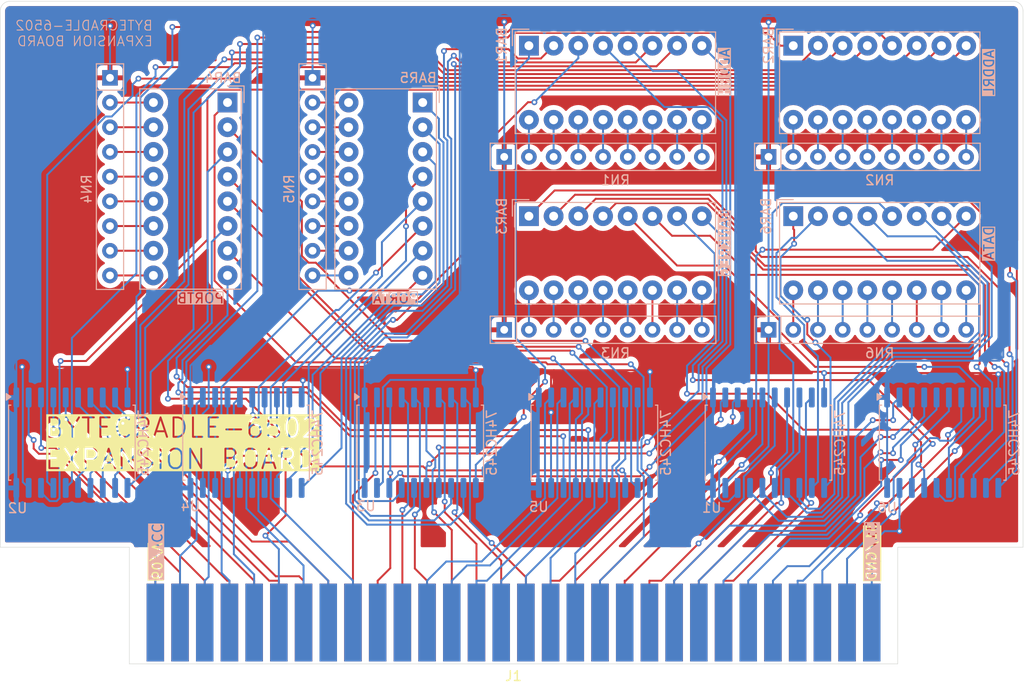
<source format=kicad_pcb>
(kicad_pcb (version 20240108) (generator "pcbnew") (generator_version "8.0")
  (layers (0 "F.Cu" signal) (31 "B.Cu" signal) (34 "B.Paste" user) (35 "F.Paste" user) (36 "B.SilkS" user "B.Silkscreen") (37 "F.SilkS" user "F.Silkscreen") (38 "B.Mask" user) (39 "F.Mask" user) (44 "Edge.Cuts" user))
  (net 0 "")
  (net 1 "Net-(RN1-R2)")
  (net 2 "Net-(U3-B5)")
  (net 3 "Net-(RN1-R5)")
  (net 4 "Net-(RN1-R7)")
  (net 5 "Net-(RN1-R4)")
  (net 6 "Net-(RN1-R8)")
  (net 7 "Net-(U3-B6)")
  (net 8 "Net-(RN1-R6)")
  (net 9 "Net-(U3-B1)")
  (net 10 "Net-(U3-B3)")
  (net 11 "Net-(U3-B2)")
  (net 12 "Net-(U3-B0)")
  (net 13 "Net-(U3-B4)")
  (net 14 "Net-(RN1-R1)")
  (net 15 "Net-(RN1-R3)")
  (net 16 "Net-(U3-B7)")
  (net 17 "Net-(U2-B2)")
  (net 18 "Net-(RN2-R7)")
  (net 19 "Net-(U2-B0)")
  (net 20 "Net-(U2-B4)")
  (net 21 "Net-(U2-B7)")
  (net 22 "Net-(U2-B1)")
  (net 23 "Net-(U2-B5)")
  (net 24 "Net-(RN2-R4)")
  (net 25 "Net-(RN2-R8)")
  (net 26 "Net-(RN2-R5)")
  (net 27 "Net-(RN2-R2)")
  (net 28 "Net-(RN2-R1)")
  (net 29 "Net-(RN2-R6)")
  (net 30 "Net-(U2-B3)")
  (net 31 "Net-(U2-B6)")
  (net 32 "Net-(RN2-R3)")
  (net 33 "Net-(U6-B5)")
  (net 34 "Net-(U6-B4)")
  (net 35 "Net-(RN3-R7)")
  (net 36 "Net-(U6-B3)")
  (net 37 "Net-(RN3-R4)")
  (net 38 "Net-(RN3-R2)")
  (net 39 "Net-(U6-B7)")
  (net 40 "Net-(U6-B1)")
  (net 41 "Net-(RN3-R5)")
  (net 42 "Net-(RN3-R3)")
  (net 43 "Net-(RN3-R8)")
  (net 44 "Net-(RN3-R6)")
  (net 45 "Net-(U6-B0)")
  (net 46 "Net-(U6-B6)")
  (net 47 "Net-(RN3-R1)")
  (net 48 "Net-(U6-B2)")
  (net 49 "Net-(U5-B1)")
  (net 50 "Net-(U5-B5)")
  (net 51 "Net-(RN4-R2)")
  (net 52 "Net-(RN4-R5)")
  (net 53 "Net-(U5-B4)")
  (net 54 "Net-(RN4-R8)")
  (net 55 "Net-(RN4-R1)")
  (net 56 "Net-(U5-B7)")
  (net 57 "Net-(RN4-R3)")
  (net 58 "Net-(RN4-R6)")
  (net 59 "Net-(U5-B6)")
  (net 60 "Net-(RN4-R4)")
  (net 61 "Net-(U5-B2)")
  (net 62 "Net-(RN4-R7)")
  (net 63 "Net-(U5-B3)")
  (net 64 "Net-(U5-B0)")
  (net 65 "Net-(RN5-R5)")
  (net 66 "Net-(U4-B5)")
  (net 67 "Net-(U4-B6)")
  (net 68 "Net-(U4-B1)")
  (net 69 "Net-(RN5-R3)")
  (net 70 "Net-(U4-B4)")
  (net 71 "Net-(U4-B3)")
  (net 72 "Net-(U4-B2)")
  (net 73 "Net-(RN5-R4)")
  (net 74 "Net-(RN5-R7)")
  (net 75 "Net-(U4-B0)")
  (net 76 "Net-(U4-B7)")
  (net 77 "Net-(RN5-R1)")
  (net 78 "Net-(RN5-R6)")
  (net 79 "Net-(RN5-R2)")
  (net 80 "Net-(RN5-R8)")
  (net 81 "Net-(U1-B1)")
  (net 82 "Net-(RN6-R1)")
  (net 83 "Net-(RN6-R3)")
  (net 84 "Net-(U1-B4)")
  (net 85 "Net-(U1-B7)")
  (net 86 "Net-(U1-B0)")
  (net 87 "Net-(U1-B5)")
  (net 88 "Net-(RN6-R7)")
  (net 89 "Net-(RN6-R6)")
  (net 90 "Net-(RN6-R8)")
  (net 91 "Net-(U1-B2)")
  (net 92 "Net-(RN6-R5)")
  (net 93 "Net-(RN6-R2)")
  (net 94 "Net-(U1-B6)")
  (net 95 "Net-(U1-B3)")
  (net 96 "Net-(RN6-R4)")
  (net 97 "PB0")
  (net 98 "BANK1")
  (net 99 "A6")
  (net 100 "CB2")
  (net 101 "D0")
  (net 102 "A15")
  (net 103 "BANK2")
  (net 104 "A4")
  (net 105 "D5")
  (net 106 "A7")
  (net 107 "PB4")
  (net 108 "PA5")
  (net 109 "BANK0")
  (net 110 "~{RES}")
  (net 111 "A9")
  (net 112 "BANK3")
  (net 113 "A2")
  (net 114 "REG7")
  (net 115 "PB2")
  (net 116 "PB6")
  (net 117 "D7")
  (net 118 "PA6")
  (net 119 "PA3")
  (net 120 "A10")
  (net 121 "CA2")
  (net 122 "GND")
  (net 123 "D2")
  (net 124 "PB3")
  (net 125 "CB1")
  (net 126 "PA0")
  (net 127 "D6")
  (net 128 "VCC")
  (net 129 "A12")
  (net 130 "R{slash}~{W}")
  (net 131 "RAMBANK")
  (net 132 "A8")
  (net 133 "A3")
  (net 134 "~{NMI}")
  (net 135 "PA1")
  (net 136 "PB1")
  (net 137 "PA7")
  (net 138 "A13")
  (net 139 "A14")
  (net 140 "A5")
  (net 141 "REG6")
  (net 142 "D3")
  (net 143 "PA2")
  (net 144 "BANK4")
  (net 145 "CLK")
  (net 146 "PA4")
  (net 147 "A11")
  (net 148 "D1")
  (net 149 "PB7")
  (net 150 "D4")
  (net 151 "A1")
  (net 152 "A0")
  (net 153 "CA1")
  (net 154 "~{I{slash}O}")
  (net 155 "PB5")
  (net 156 "~{IRQ}")
  (footprint "edgeconn:edge-connector-2x30" (layer "F.Cu") (at 95.955 114.427)
    (property "Reference" "J1")
    (property "Value" "BUS")
    (fp_line (start -39.5 4.25) (end -39.5 -4.25) (stroke (width 0.05)) (layer "Edge.Cuts"))
    (fp_line (start 39.5 -4.25) (end 39.5 4.25) (stroke (width 0.05)) (layer "Edge.Cuts"))
    (fp_line (start 39.5 4.25) (end -39.5 4.25) (stroke (width 0.05)) (layer "Edge.Cuts"))
  )
  (footprint "Package_SO:SOIC-20W_7.5x12.8mm_P1.27mm" (layer "B.Cu") (at 68.453 95.934 -90)
    (property "Reference" "U4")
    (property "Value" "74HC245")
  )
  (footprint "Package_SO:SOIC-20W_7.5x12.8mm_P1.27mm" (layer "B.Cu") (at 140.081 95.934 -90)
    (property "Reference" "U6")
    (property "Value" "74HC245")
  )
  (footprint "Resistor_THT:R_Array_SIP9" (layer "B.Cu") (at 94.996 66.548)
    (property "Reference" "RN1")
    (property "Value" "1k")
  )
  (footprint "bargraph8:bargraph8" (layer "B.Cu") (at 124.714 72.644 -90)
    (property "Reference" "BAR6")
    (property "Value" "DATA")
  )
  (footprint "bargraph8:bargraph8" (layer "B.Cu") (at 97.536 55.118 -90)
    (property "Reference" "BAR1")
    (property "Value" "ADDRH")
  )
  (footprint "bargraph8:bargraph8" (layer "B.Cu") (at 66.548 60.96 180)
    (property "Reference" "BAR4")
    (property "Value" "PORTB")
  )
  (footprint "Resistor_THT:R_Array_SIP9" (layer "B.Cu") (at 94.996 84.328)
    (property "Reference" "RN3")
    (property "Value" "1k")
  )
  (footprint "Resistor_THT:R_Array_SIP9" (layer "B.Cu") (at 122.174 66.548)
    (property "Reference" "RN2")
    (property "Value" "1k")
  )
  (footprint "bargraph8:bargraph8" (layer "B.Cu") (at 97.536 72.644 -90)
    (property "Reference" "BAR3")
    (property "Value" "BANKREG")
  )
  (footprint "Resistor_THT:R_Array_SIP9" (layer "B.Cu") (at 122.174 84.328)
    (property "Reference" "RN6")
    (property "Value" "1k")
  )
  (footprint "bargraph8:bargraph8" (layer "B.Cu") (at 124.714 55.118 -90)
    (property "Reference" "BAR2")
    (property "Value" "ADDRL")
  )
  (footprint "Package_SO:SOIC-20W_7.5x12.8mm_P1.27mm" (layer "B.Cu") (at 104.267 95.934 -90)
    (property "Reference" "U5")
    (property "Value" "74HC245")
  )
  (footprint "Resistor_THT:R_Array_SIP9" (layer "B.Cu") (at 54.4635 58.42 -90)
    (property "Reference" "RN4")
    (property "Value" "1k")
  )
  (footprint "Package_SO:SOIC-20W_7.5x12.8mm_P1.27mm" (layer "B.Cu") (at 50.546 95.934 -90)
    (property "Reference" "U2")
    (property "Value" "74HC245")
  )
  (footprint "Resistor_THT:R_Array_SIP9" (layer "B.Cu") (at 75.2915 58.42 -90)
    (property "Reference" "RN5")
    (property "Value" "1k")
  )
  (footprint "Package_SO:SOIC-20W_7.5x12.8mm_P1.27mm" (layer "B.Cu") (at 122.174 95.934 -90)
    (property "Reference" "U1")
    (property "Value" "74HC245")
  )
  (footprint "bargraph8:bargraph8" (layer "B.Cu") (at 86.614 60.96 180)
    (property "Reference" "BAR5")
    (property "Value" "PORTA")
  )
  (footprint "Package_SO:SOIC-20W_7.5x12.8mm_P1.27mm" (layer "B.Cu") (at 86.36 95.934 -90)
    (property "Reference" "U3")
    (property "Value" "74HC245")
  )
  (gr_line (start 44.18 50.546) (end 147.336 50.546) (stroke (width 0.05)) (layer "Edge.Cuts"))
  (gr_line (start 56.455 110.177) (end 56.455 106.68) (stroke (width 0.05)) (layer "Edge.Cuts"))
  (gr_arc (start 147.336 50.546) (mid 148.043107 50.838893) (end 148.336 51.546) (stroke (width 0.05)) (layer "Edge.Cuts"))
  (gr_line (start 55.88 106.68) (end 43.18 106.68) (stroke (width 0.05)) (layer "Edge.Cuts"))
  (gr_line (start 148.336 106.68) (end 148.336 51.546) (stroke (width 0.05)) (layer "Edge.Cuts"))
  (gr_arc (start 43.18 51.546) (mid 43.472893 50.838893) (end 44.18 50.546) (stroke (width 0.05)) (layer "Edge.Cuts"))
  (gr_line (start 43.18 106.68) (end 43.18 51.546) (stroke (width 0.05)) (layer "Edge.Cuts"))
  (gr_line (start 148.336 106.68) (end 135.455 106.68) (stroke (width 0.05)) (layer "Edge.Cuts"))
  (gr_line (start 135.455 110.177) (end 135.455 106.68) (stroke (width 0.05)) (layer "Edge.Cuts"))
  (gr_line (start 56.455 106.68) (end 55.88 106.68) (stroke (width 0.05)) (layer "Edge.Cuts"))
  (gr_text "31/GND" (at 133.35 110.236 90) (layer "B.SilkS" knockout) (effects (font (size 1 1)) (justify right bottom mirror)))
  (gr_text "BYTECRADLE-6502\nEXPANSION BOARD" (at 58.928 55.245 0) (layer "B.SilkS") (effects (font (size 1 1) (thickness 0.1)) (justify left bottom mirror)))
  (gr_text "60/VCC" (at 58.674 104.14 -90) (layer "B.SilkS" knockout) (effects (font (size 1 1)) (justify right bottom mirror)))
  (gr_text "30/~{NMI}" (at 133.477 110.236 90) (layer "F.SilkS" knockout) (effects (font (size 1 1)) (justify left bottom)))
  (gr_text "BYTECRADLE-6502\nEXPANSION BOARD" (at 47.625 98.806 0) (layer "F.SilkS" knockout) (effects (font (size 2 2) (thickness 0.2)) (justify left bottom)))
  (gr_text "1/AO" (at 59.69 110.236 90) (layer "F.SilkS" knockout) (effects (font (size 1 1)) (justify left bottom)))
  (segment (start 100.076 62.738) (end 100.076 66.548) (width 0.2) (layer "B.Cu") (net 1))
  (segment (start 98.0966 60.9293) (end 97.4367 60.9293) (width 0.2) (layer "F.Cu") (net 2))
  (segment (start 93.0958 74.199) (end 83.9858 83.309) (width 0.2) (layer "F.Cu") (net 2))
  (segment (start 83.9858 83.309) (end 83.5657 83.309) (width 0.2) (layer "F.Cu") (net 2))
  (segment (start 93.0958 65.2702) (end 93.0958 74.199) (width 0.2) (layer "F.Cu") (net 2))
  (segment (start 97.4367 60.9293) (end 93.0958 65.2702) (width 0.2) (layer "F.Cu") (net 2))
  (via (at 98.0966 60.9293) (size 0.6) (drill 0.3) (layers "F.Cu" "B.Cu") (net 2))
  (via (at 83.5657 83.309) (size 0.6) (drill 0.3) (layers "F.Cu" "B.Cu") (net 2))
  (segment (start 89.535 100.584) (end 89.535 102.2094) (width 0.2) (layer "B.Cu") (net 2))
  (segment (start 102.616 55.118) (end 102.616 56.4099) (width 0.2) (layer "B.Cu") (net 2))
  (segment (start 79.1889 87.4735) (end 83.3534 83.309) (width 0.2) (layer "B.Cu") (net 2))
  (segment (start 79.1889 102.0407) (end 79.1889 87.4735) (width 0.2) (layer "B.Cu") (net 2))
  (segment (start 81.0719 103.9237) (end 79.1889 102.0407) (width 0.2) (layer "B.Cu") (net 2))
  (segment (start 83.3534 83.309) (end 83.5657 83.309) (width 0.2) (layer "B.Cu") (net 2))
  (segment (start 89.535 102.2094) (end 87.8207 103.9237) (width 0.2) (layer "B.Cu") (net 2))
  (segment (start 87.8207 103.9237) (end 81.0719 103.9237) (width 0.2) (layer "B.Cu") (net 2))
  (segment (start 102.616 56.4099) (end 98.0966 60.9293) (width 0.2) (layer "B.Cu") (net 2))
  (segment (start 107.696 62.738) (end 107.696 66.548) (width 0.2) (layer "B.Cu") (net 3))
  (segment (start 112.776 62.738) (end 112.776 66.548) (width 0.2) (layer "B.Cu") (net 4))
  (segment (start 105.156 62.738) (end 105.156 66.548) (width 0.2) (layer "B.Cu") (net 5))
  (segment (start 115.316 62.738) (end 115.316 66.548) (width 0.2) (layer "B.Cu") (net 6))
  (segment (start 98.7599 56.4341) (end 96.3957 56.4341) (width 0.2) (layer "F.Cu") (net 7))
  (segment (start 88.9993 55.4727) (end 88.8004 55.6716) (width 0.2) (layer "F.Cu") (net 7))
  (segment (start 96.3957 56.4341) (end 95.4343 55.4727) (width 0.2) (layer "F.Cu") (net 7))
  (segment (start 95.4343 55.4727) (end 88.9993 55.4727) (width 0.2) (layer "F.Cu") (net 7))
  (segment (start 100.076 55.118) (end 98.7599 56.4341) (width 0.2) (layer "F.Cu") (net 7))
  (via (at 88.8004 55.6716) (size 0.6) (drill 0.3) (layers "F.Cu" "B.Cu") (net 7))
  (segment (start 90.805 100.584) (end 90.805 103.0342) (width 0.2) (layer "B.Cu") (net 7))
  (segment (start 89.1505 64.8614) (end 88.8004 64.5113) (width 0.2) (layer "B.Cu") (net 7))
  (segment (start 86.5875 82.3794) (end 89.1505 79.8164) (width 0.2) (layer "B.Cu") (net 7))
  (segment (start 89.1505 79.8164) (end 89.1505 64.8614) (width 0.2) (layer "B.Cu") (net 7))
  (segment (start 78.7418 87.2841) (end 83.6465 82.3794) (width 0.2) (layer "B.Cu") (net 7))
  (segment (start 83.6465 82.3794) (end 86.5875 82.3794) (width 0.2) (layer "B.Cu") (net 7))
  (segment (start 80.9034 104.3633) (end 78.7418 102.2017) (width 0.2) (layer "B.Cu") (net 7))
  (segment (start 78.7418 102.2017) (end 78.7418 87.2841) (width 0.2) (layer "B.Cu") (net 7))
  (segment (start 89.4759 104.3633) (end 80.9034 104.3633) (width 0.2) (layer "B.Cu") (net 7))
  (segment (start 88.8004 64.5113) (end 88.8004 55.6716) (width 0.2) (layer "B.Cu") (net 7))
  (segment (start 90.805 103.0342) (end 89.4759 104.3633) (width 0.2) (layer "B.Cu") (net 7))
  (segment (start 110.236 62.738) (end 110.236 66.548) (width 0.2) (layer "B.Cu") (net 8))
  (segment (start 90.0438 57.2343) (end 110.6597 57.2343) (width 0.2) (layer "F.Cu") (net 9))
  (segment (start 110.6597 57.2343) (end 112.776 55.118) (width 0.2) (layer "F.Cu") (net 9))
  (segment (start 89.8117 57.0022) (end 90.0438 57.2343) (width 0.2) (layer "F.Cu") (net 9))
  (via (at 89.8117 57.0022) (size 0.6) (drill 0.3) (layers "F.Cu" "B.Cu") (net 9))
  (segment (start 89.9507 57.1412) (end 89.8117 57.0022) (width 0.2) (layer "B.Cu") (net 9))
  (segment (start 84.455 100.584) (end 84.455 101.007) (width 0.2) (layer "B.Cu") (net 9))
  (segment (start 80.318 101.9342) (end 80.0436 101.6598) (width 0.2) (layer "B.Cu") (net 9))
  (segment (start 82.7174 85.1106) (end 85.0248 85.1106) (width 0.2) (layer "B.Cu") (net 9))
  (segment (start 89.9507 80.1847) (end 89.9507 57.1412) (width 0.2) (layer "B.Cu") (net 9))
  (segment (start 84.455 101.007) (end 83.5278 101.9342) (width 0.2) (layer "B.Cu") (net 9))
  (segment (start 80.0436 101.6598) (end 80.0436 87.7844) (width 0.2) (layer "B.Cu") (net 9))
  (segment (start 83.5278 101.9342) (end 80.318 101.9342) (width 0.2) (layer "B.Cu") (net 9))
  (segment (start 80.0436 87.7844) (end 82.7174 85.1106) (width 0.2) (layer "B.Cu") (net 9))
  (segment (start 85.0248 85.1106) (end 89.9507 80.1847) (width 0.2) (layer "B.Cu") (net 9))
  (segment (start 87.2998 98.1044) (end 88.3657 97.0385) (width 0.2) (layer "F.Cu") (net 10))
  (segment (start 88.3657 97.0385) (end 109.909 97.0385) (width 0.2) (layer "F.Cu") (net 10))
  (via (at 109.909 97.0385) (size 0.6) (drill 0.3) (layers "F.Cu" "B.Cu") (net 10))
  (via (at 87.2998 98.1044) (size 0.6) (drill 0.3) (layers "F.Cu" "B.Cu") (net 10))
  (segment (start 86.995 98.4092) (end 87.2998 98.1044) (width 0.2) (layer "B.Cu") (net 10))
  (segment (start 117.8365 85.6774) (end 117.8365 62.7936) (width 0.2) (layer "B.Cu") (net 10))
  (segment (start 86.995 100.584) (end 86.995 98.4092) (width 0.2) (layer "B.Cu") (net 10))
  (segment (start 117.8365 62.7936) (end 112.7471 57.7042) (width 0.2) (layer "B.Cu") (net 10))
  (segment (start 115.388 91.5595) (end 115.388 88.1259) (width 0.2) (layer "B.Cu") (net 10))
  (segment (start 112.7471 57.7042) (end 110.2822 57.7042) (width 0.2) (layer "B.Cu") (net 10))
  (segment (start 109.909 97.0385) (end 115.388 91.5595) (width 0.2) (layer "B.Cu") (net 10))
  (segment (start 115.388 88.1259) (end 117.8365 85.6774) (width 0.2) (layer "B.Cu") (net 10))
  (segment (start 110.2822 57.7042) (end 107.696 55.118) (width 0.2) (layer "B.Cu") (net 10))
  (segment (start 90.5007 56.8342) (end 108.5198 56.8342) (width 0.2) (layer "F.Cu") (net 11))
  (segment (start 89.8128 56.1463) (end 90.5007 56.8342) (width 0.2) (layer "F.Cu") (net 11))
  (segment (start 108.5198 56.8342) (end 110.236 55.118) (width 0.2) (layer "F.Cu") (net 11))
  (via (at 89.8128 56.1463) (size 0.6) (drill 0.3) (layers "F.Cu" "B.Cu") (net 11))
  (segment (start 89.5506 79.9837) (end 84.8238 84.7105) (width 0.2) (layer "B.Cu") (net 11))
  (segment (start 89.5506 64.6957) (end 89.5506 79.9837) (width 0.2) (layer "B.Cu") (net 11))
  (segment (start 84.8238 84.7105) (end 82.5278 84.7105) (width 0.2) (layer "B.Cu") (net 11))
  (segment (start 84.7608 103.4591) (end 85.725 102.4949) (width 0.2) (layer "B.Cu") (net 11))
  (segment (start 85.725 102.4949) (end 85.725 100.584) (width 0.2) (layer "B.Cu") (net 11))
  (segment (start 79.6435 87.5948) (end 79.6435 101.8577) (width 0.2) (layer "B.Cu") (net 11))
  (segment (start 89.8128 56.1463) (end 89.2046 56.7545) (width 0.2) (layer "B.Cu") (net 11))
  (segment (start 82.5278 84.7105) (end 79.6435 87.5948) (width 0.2) (layer "B.Cu") (net 11))
  (segment (start 89.2046 64.3497) (end 89.5506 64.6957) (width 0.2) (layer "B.Cu") (net 11))
  (segment (start 89.2046 56.7545) (end 89.2046 64.3497) (width 0.2) (layer "B.Cu") (net 11))
  (segment (start 79.6435 101.8577) (end 81.2449 103.4591) (width 0.2) (layer "B.Cu") (net 11))
  (segment (start 81.2449 103.4591) (end 84.7608 103.4591) (width 0.2) (layer "B.Cu") (net 11))
  (segment (start 84.6408 99.3895) (end 84.3012 99.0499) (width 0.2) (layer "F.Cu") (net 12))
  (segment (start 109.9418 98.412) (end 108.9643 99.3895) (width 0.2) (layer "F.Cu") (net 12))
  (segment (start 108.9643 99.3895) (end 84.6408 99.3895) (width 0.2) (layer "F.Cu") (net 12))
  (via (at 84.3012 99.0499) (size 0.6) (drill 0.3) (layers "F.Cu" "B.Cu") (net 12))
  (via (at 109.9418 98.412) (size 0.6) (drill 0.3) (layers "F.Cu" "B.Cu") (net 12))
  (segment (start 109.9418 98.412) (end 115.7881 92.5657) (width 0.2) (layer "B.Cu") (net 12))
  (segment (start 115.7881 88.2916) (end 118.2366 85.8431) (width 0.2) (layer "B.Cu") (net 12))
  (segment (start 83.185 100.1661) (end 84.3012 99.0499) (width 0.2) (layer "B.Cu") (net 12))
  (segment (start 83.185 100.584) (end 83.185 100.1661) (width 0.2) (layer "B.Cu") (net 12))
  (segment (start 115.7881 92.5657) (end 115.7881 88.2916) (width 0.2) (layer "B.Cu") (net 12))
  (segment (start 118.2366 85.8431) (end 118.2366 58.0386) (width 0.2) (layer "B.Cu") (net 12))
  (segment (start 118.2366 58.0386) (end 115.316 55.118) (width 0.2) (layer "B.Cu") (net 12))
  (segment (start 109.709 95.8737) (end 109.154 96.4287) (width 0.2) (layer "F.Cu") (net 13))
  (segment (start 109.154 96.4287) (end 88.2659 96.4287) (width 0.2) (layer "F.Cu") (net 13))
  (segment (start 88.2659 96.4287) (end 88.2659 96.4288) (width 0.2) (layer "F.Cu") (net 13))
  (via (at 88.2659 96.4288) (size 0.6) (drill 0.3) (layers "F.Cu" "B.Cu") (net 13))
  (via (at 109.709 95.8737) (size 0.6) (drill 0.3) (layers "F.Cu" "B.Cu") (net 13))
  (segment (start 114.9879 90.5948) (end 114.9879 87.9602) (width 0.2) (layer "B.Cu") (net 13))
  (segment (start 109.709 95.8737) (end 114.9879 90.5948) (width 0.2) (layer "B.Cu") (net 13))
  (segment (start 111.4598 61.4218) (end 105.156 55.118) (width 0.2) (layer "B.Cu") (net 13))
  (segment (start 88.309 100.54) (end 88.309 96.4719) (width 0.2) (layer "B.Cu") (net 13))
  (segment (start 115.8989 61.4218) (end 111.4598 61.4218) (width 0.2) (layer "B.Cu") (net 13))
  (segment (start 88.309 96.4719) (end 88.2659 96.4288) (width 0.2) (layer "B.Cu") (net 13))
  (segment (start 88.265 100.584) (end 88.309 100.54) (width 0.2) (layer "B.Cu") (net 13))
  (segment (start 117.4364 85.5117) (end 117.4364 62.9593) (width 0.2) (layer "B.Cu") (net 13))
  (segment (start 114.9879 87.9602) (end 117.4364 85.5117) (width 0.2) (layer "B.Cu") (net 13))
  (segment (start 117.4364 62.9593) (end 115.8989 61.4218) (width 0.2) (layer "B.Cu") (net 13))
  (segment (start 97.536 62.738) (end 97.536 66.548) (width 0.2) (layer "B.Cu") (net 14))
  (segment (start 102.616 62.738) (end 102.616 66.548) (width 0.2) (layer "B.Cu") (net 15))
  (segment (start 97.0051 91.8553) (end 97.0051 93.2863) (width 0.2) (layer "F.Cu") (net 16))
  (segment (start 99.1977 89.6627) (end 97.0051 91.8553) (width 0.2) (layer "F.Cu") (net 16))
  (via (at 99.1977 89.6627) (size 0.6) (drill 0.3) (layers "F.Cu" "B.Cu") (net 16))
  (via (at 97.0051 93.2863) (size 0.6) (drill 0.3) (layers "F.Cu" "B.Cu") (net 16))
  (segment (start 97.536 55.118) (end 97.536 56.4341) (width 0.2) (layer "B.Cu") (net 16))
  (segment (start 92.075 98.2164) (end 92.075 100.584) (width 0.2) (layer "B.Cu") (net 16))
  (segment (start 96.1863 85.1958) (end 99.1977 88.2072) (width 0.2) (layer "B.Cu") (net 16))
  (segment (start 97.536 56.4341) (end 96.1863 57.7838) (width 0.2) (layer "B.Cu") (net 16))
  (segment (start 97.0051 93.2863) (end 92.075 98.2164) (width 0.2) (layer "B.Cu") (net 16))
  (segment (start 96.1863 57.7838) (end 96.1863 85.1958) (width 0.2) (layer "B.Cu") (net 16))
  (segment (start 99.1977 88.2072) (end 99.1977 89.6627) (width 0.2) (layer "B.Cu") (net 16))
  (segment (start 133.6965 58.8355) (end 137.414 55.118) (width 0.2) (layer "F.Cu") (net 17))
  (segment (start 88.0096 58.8355) (end 133.6965 58.8355) (width 0.2) (layer "F.Cu") (net 17))
  (segment (start 86.0937 56.9196) (end 88.0096 58.8355) (width 0.2) (layer "F.Cu") (net 17))
  (segment (start 67.2687 56.9196) (end 86.0937 56.9196) (width 0.2) (layer "F.Cu") (net 17))
  (segment (start 66.8687 57.3196) (end 67.2687 56.9196) (width 0.2) (layer "F.Cu") (net 17))
  (segment (start 59.1494 57.3196) (end 66.8687 57.3196) (width 0.2) (layer "F.Cu") (net 17))
  (via (at 59.1494 57.3196) (size 0.6) (drill 0.3) (layers "F.Cu" "B.Cu") (net 17))
  (segment (start 49.911 100.584) (end 50.5459 99.9491) (width 0.2) (layer "B.Cu") (net 17))
  (segment (start 57.1795 60.2214) (end 59.1494 58.2515) (width 0.2) (layer "B.Cu") (net 17))
  (segment (start 50.5459 99.9491) (end 50.5459 85.168) (width 0.2) (layer "B.Cu") (net 17))
  (segment (start 57.1795 78.5344) (end 57.1795 60.2214) (width 0.2) (layer "B.Cu") (net 17))
  (segment (start 50.5459 85.168) (end 57.1795 78.5344) (width 0.2) (layer "B.Cu") (net 17))
  (segment (start 59.1494 58.2515) (end 59.1494 57.3196) (width 0.2) (layer "B.Cu") (net 17))
  (segment (start 139.954 62.738) (end 139.954 66.548) (width 0.2) (layer "B.Cu") (net 18))
  (segment (start 137.9762 59.6358) (end 142.494 55.118) (width 0.2) (layer "F.Cu") (net 19))
  (segment (start 65.3417 59.6358) (end 137.9762 59.6358) (width 0.2) (layer "F.Cu") (net 19))
  (segment (start 64.4777 75.063) (end 64.4777 60.4998) (width 0.2) (layer "F.Cu") (net 19))
  (segment (start 49.3878 87.5367) (end 52.004 87.5367) (width 0.2) (layer "F.Cu") (net 19))
  (segment (start 64.4777 60.4998) (end 65.3417 59.6358) (width 0.2) (layer "F.Cu") (net 19))
  (segment (start 52.004 87.5367) (end 64.4777 75.063) (width 0.2) (layer "F.Cu") (net 19))
  (via (at 49.3878 87.5367) (size 0.6) (drill 0.3) (layers "F.Cu" "B.Cu") (net 19))
  (segment (start 49.2759 87.6486) (end 49.2759 101.6387) (width 0.2) (layer "B.Cu") (net 19))
  (segment (start 48.2694 101.9407) (end 47.371 101.0423) (width 0.2) (layer "B.Cu") (net 19))
  (segment (start 47.371 101.0423) (end 47.371 100.584) (width 0.2) (layer "B.Cu") (net 19))
  (segment (start 49.3878 87.5367) (end 49.2759 87.6486) (width 0.2) (layer "B.Cu") (net 19))
  (segment (start 48.9739 101.9407) (end 48.2694 101.9407) (width 0.2) (layer "B.Cu") (net 19))
  (segment (start 49.2759 101.6387) (end 48.9739 101.9407) (width 0.2) (layer "B.Cu") (net 19))
  (segment (start 88.3799 58.4354) (end 129.0166 58.4354) (width 0.2) (layer "F.Cu") (net 20))
  (segment (start 86.4639 56.5194) (end 88.3799 58.4354) (width 0.2) (layer "F.Cu") (net 20))
  (segment (start 66.2272 56.5194) (end 86.4639 56.5194) (width 0.2) (layer "F.Cu") (net 20))
  (segment (start 129.0166 58.4354) (end 132.334 55.118) (width 0.2) (layer "F.Cu") (net 20))
  (via (at 66.2272 56.5194) (size 0.6) (drill 0.3) (layers "F.Cu" "B.Cu") (net 20))
  (segment (start 52.451 100.584) (end 52.451 99.0867) (width 0.2) (layer "B.Cu") (net 20))
  (segment (start 57.5797 93.958) (end 57.5797 83.8644) (width 0.2) (layer "B.Cu") (net 20))
  (segment (start 62.1064 79.3377) (end 62.1064 60.6402) (width 0.2) (layer "B.Cu") (net 20))
  (segment (start 62.1064 60.6402) (end 66.2272 56.5194) (width 0.2) (layer "B.Cu") (net 20))
  (segment (start 57.5797 83.8644) (end 62.1064 79.3377) (width 0.2) (layer "B.Cu") (net 20))
  (segment (start 52.451 99.0867) (end 57.5797 93.958) (width 0.2) (layer "B.Cu") (net 20))
  (segment (start 124.714 55.118) (end 123.3979 55.118) (width 0.2) (layer "F.Cu") (net 21))
  (segment (start 95.8314 53.8004) (end 95.3505 54.2813) (width 0.2) (layer "F.Cu") (net 21))
  (segment (start 95.3505 54.2813) (end 69.6156 54.2813) (width 0.2) (layer "F.Cu") (net 21))
  (segment (start 123.3979 55.118) (end 122.0803 53.8004) (width 0.2) (layer "F.Cu") (net 21))
  (segment (start 122.0803 53.8004) (end 95.8314 53.8004) (width 0.2) (layer "F.Cu") (net 21))
  (via (at 69.6156 54.2813) (size 0.6) (drill 0.3) (layers "F.Cu" "B.Cu") (net 21))
  (segment (start 69.6156 80.3324) (end 69.6156 54.2813) (width 0.2) (layer "B.Cu") (net 21))
  (segment (start 62.1067 94.7383) (end 62.1067 89.747) (width 0.2) (layer "B.Cu") (net 21))
  (segment (start 62.3142 89.5395) (end 62.3142 87.6338) (width 0.2) (layer "B.Cu") (net 21))
  (segment (start 62.1067 89.747) (end 62.3142 89.5395) (width 0.2) (layer "B.Cu") (net 21))
  (segment (start 56.261 100.584) (end 62.1067 94.7383) (width 0.2) (layer "B.Cu") (net 21))
  (segment (start 62.3142 87.6338) (end 69.6156 80.3324) (width 0.2) (layer "B.Cu") (net 21))
  (segment (start 87.8439 59.2356) (end 135.8364 59.2356) (width 0.2) (layer "F.Cu") (net 22))
  (segment (start 85.9281 57.3198) (end 87.8439 59.2356) (width 0.2) (layer "F.Cu") (net 22))
  (segment (start 57.3904 58.5031) (end 68.3874 58.5031) (width 0.2) (layer "F.Cu") (net 22))
  (segment (start 68.3874 58.5031) (end 69.5707 57.3198) (width 0.2) (layer "F.Cu") (net 22))
  (segment (start 135.8364 59.2356) (end 139.954 55.118) (width 0.2) (layer "F.Cu") (net 22))
  (segment (start 69.5707 57.3198) (end 85.9281 57.3198) (width 0.2) (layer "F.Cu") (net 22))
  (via (at 57.3904 58.5031) (size 0.6) (drill 0.3) (layers "F.Cu" "B.Cu") (net 22))
  (segment (start 48.0059 99.9489) (end 48.0059 68.3939) (width 0.2) (layer "B.Cu") (net 22))
  (segment (start 56.7794 59.1141) (end 57.3904 58.5031) (width 0.2) (layer "B.Cu") (net 22))
  (segment (start 56.7794 60.2582) (end 56.7794 59.1141) (width 0.2) (layer "B.Cu") (net 22))
  (segment (start 54 62.3998) (end 54.6378 62.3998) (width 0.2) (layer "B.Cu") (net 22))
  (segment (start 48.0059 68.3939) (end 54 62.3998) (width 0.2) (layer "B.Cu") (net 22))
  (segment (start 48.641 100.584) (end 48.0059 99.9489) (width 0.2) (layer "B.Cu") (net 22))
  (segment (start 54.6378 62.3998) (end 56.7794 60.2582) (width 0.2) (layer "B.Cu") (net 22))
  (segment (start 88.8386 58.0353) (end 126.8767 58.0353) (width 0.2) (layer "F.Cu") (net 23))
  (segment (start 126.8767 58.0353) (end 129.794 55.118) (width 0.2) (layer "F.Cu") (net 23))
  (segment (start 66.9931 55.8178) (end 86.6211 55.8178) (width 0.2) (layer "F.Cu") (net 23))
  (segment (start 86.6211 55.8178) (end 88.8386 58.0353) (width 0.2) (layer "F.Cu") (net 23))
  (via (at 66.9931 55.8178) (size 0.6) (drill 0.3) (layers "F.Cu" "B.Cu") (net 23))
  (segment (start 66.9931 57.1953) (end 62.532 61.6564) (width 0.2) (layer "B.Cu") (net 23))
  (segment (start 53.721 98.6374) (end 53.721 100.584) (width 0.2) (layer "B.Cu") (net 23))
  (segment (start 58.0793 84.13) (end 58.0793 94.2791) (width 0.2) (layer "B.Cu") (net 23))
  (segment (start 58.0793 94.2791) (end 53.721 98.6374) (width 0.2) (layer "B.Cu") (net 23))
  (segment (start 66.9931 55.8178) (end 66.9931 57.1953) (width 0.2) (layer "B.Cu") (net 23))
  (segment (start 62.532 61.6564) (end 62.532 79.6773) (width 0.2) (layer "B.Cu") (net 23))
  (segment (start 62.532 79.6773) (end 58.0793 84.13) (width 0.2) (layer "B.Cu") (net 23))
  (segment (start 132.334 62.738) (end 132.334 66.548) (width 0.2) (layer "B.Cu") (net 24))
  (segment (start 142.494 62.738) (end 142.494 66.548) (width 0.2) (layer "B.Cu") (net 25))
  (segment (start 134.874 62.738) (end 134.874 66.548) (width 0.2) (layer "B.Cu") (net 26))
  (segment (start 127.254 62.738) (end 127.254 66.548) (width 0.2) (layer "B.Cu") (net 27))
  (segment (start 124.714 62.738) (end 124.714 66.548) (width 0.2) (layer "B.Cu") (net 28))
  (segment (start 137.414 62.738) (end 137.414 66.548) (width 0.2) (layer "B.Cu") (net 29))
  (segment (start 133.1097 53.3537) (end 95.7123 53.3537) (width 0.2) (layer "F.Cu") (net 30))
  (segment (start 74.3006 53.7019) (end 73.797 53.1983) (width 0.2) (layer "F.Cu") (net 30))
  (segment (start 73.797 53.1983) (end 60.8785 53.1983) (width 0.2) (layer "F.Cu") (net 30))
  (segment (start 95.7123 53.3537) (end 95.3641 53.7019) (width 0.2) (layer "F.Cu") (net 30))
  (segment (start 134.874 55.118) (end 133.1097 53.3537) (width 0.2) (layer "F.Cu") (net 30))
  (segment (start 95.3641 53.7019) (end 74.3006 53.7019) (width 0.2) (layer "F.Cu") (net 30))
  (via (at 60.8785 53.1983) (size 0.6) (drill 0.3) (layers "F.Cu" "B.Cu") (net 30))
  (segment (start 57.5796 60.4471) (end 57.5796 80.525) (width 0.2) (layer "B.Cu") (net 30))
  (segment (start 57.1795 80.9251) (end 57.1795 93.4197) (width 0.2) (layer "B.Cu") (net 30))
  (segment (start 51.181 99.4182) (end 51.181 100.584) (width 0.2) (layer "B.Cu") (net 30))
  (segment (start 60.8785 57.1482) (end 57.5796 60.4471) (width 0.2) (layer "B.Cu") (net 30))
  (segment (start 57.5796 80.525) (end 57.1795 80.9251) (width 0.2) (layer "B.Cu") (net 30))
  (segment (start 60.8785 53.1983) (end 60.8785 57.1482) (width 0.2) (layer "B.Cu") (net 30))
  (segment (start 57.1795 93.4197) (end 51.181 99.4182) (width 0.2) (layer "B.Cu") (net 30))
  (segment (start 127.254 55.118) (end 124.7369 57.6351) (width 0.2) (layer "F.Cu") (net 31))
  (segment (start 86.3795 54.9421) (end 67.8317 54.9421) (width 0.2) (layer "F.Cu") (net 31))
  (segment (start 89.0725 57.6351) (end 86.3795 54.9421) (width 0.2) (layer "F.Cu") (net 31))
  (segment (start 124.7369 57.6351) (end 89.0725 57.6351) (width 0.2) (layer "F.Cu") (net 31))
  (via (at 67.8317 54.9421) (size 0.6) (drill 0.3) (layers "F.Cu" "B.Cu") (net 31))
  (segment (start 63.0536 84.2699) (end 63.0536 61.9951) (width 0.2) (layer "B.Cu") (net 31))
  (segment (start 58.6456 88.6779) (end 63.0536 84.2699) (width 0.2) (layer "B.Cu") (net 31))
  (segment (start 54.991 100.584) (end 54.991 99.2582) (width 0.2) (layer "B.Cu") (net 31))
  (segment (start 54.991 99.2582) (end 58.6456 95.6036) (width 0.2) (layer "B.Cu") (net 31))
  (segment (start 63.0536 61.9951) (end 67.8317 57.217) (width 0.2) (layer "B.Cu") (net 31))
  (segment (start 58.6456 95.6036) (end 58.6456 88.6779) (width 0.2) (layer "B.Cu") (net 31))
  (segment (start 67.8317 57.217) (end 67.8317 54.9421) (width 0.2) (layer "B.Cu") (net 31))
  (segment (start 129.794 62.738) (end 129.794 66.548) (width 0.2) (layer "B.Cu") (net 32))
  (segment (start 120.3671 76.3218) (end 120.3671 75.2586) (width 0.2) (layer "F.Cu") (net 33))
  (segment (start 121.7826 77.7373) (end 120.3671 76.3218) (width 0.2) (layer "F.Cu") (net 33))
  (segment (start 142.9753 77.7373) (end 121.7826 77.7373) (width 0.2) (layer "F.Cu") (net 33))
  (segment (start 144.824 86.0668) (end 144.824 79.586) (width 0.2) (layer "F.Cu") (net 33))
  (segment (start 115.9668 70.8583) (end 104.4017 70.8583) (width 0.2) (layer "F.Cu") (net 33))
  (segment (start 144.824 79.586) (end 142.9753 77.7373) (width 0.2) (layer "F.Cu") (net 33))
  (segment (start 146.6358 87.8786) (end 144.824 86.0668) (width 0.2) (layer "F.Cu") (net 33))
  (segment (start 104.4017 70.8583) (end 102.616 72.644) (width 0.2) (layer "F.Cu") (net 33))
  (segment (start 120.3671 75.2586) (end 115.9668 70.8583) (width 0.2) (layer "F.Cu") (net 33))
  (via (at 146.6358 87.8786) (size 0.6) (drill 0.3) (layers "F.Cu" "B.Cu") (net 33))
  (segment (start 143.256 100.584) (end 143.256 99.2072) (width 0.2) (layer "B.Cu") (net 33))
  (segment (start 143.256 99.2072) (end 146.8206 95.6426) (width 0.2) (layer "B.Cu") (net 33))
  (segment (start 146.8206 95.6426) (end 146.8206 88.0634) (width 0.2) (layer "B.Cu") (net 33))
  (segment (start 146.8206 88.0634) (end 146.6358 87.8786) (width 0.2) (layer "B.Cu") (net 33))
  (segment (start 145.415 88.138) (end 144.4239 87.1469) (width 0.2) (layer "F.Cu") (net 34))
  (segment (start 115.8457 71.3031) (end 106.4969 71.3031) (width 0.2) (layer "F.Cu") (net 34))
  (segment (start 119.9417 75.3991) (end 115.8457 71.3031) (width 0.2) (layer "F.Cu") (net 34))
  (segment (start 144.4239 87.1469) (end 144.4239 79.7517) (width 0.2) (layer "F.Cu") (net 34))
  (segment (start 144.4239 79.7517) (end 142.8097 78.1375) (width 0.2) (layer "F.Cu") (net 34))
  (segment (start 119.9417 76.4624) (end 119.9417 75.3991) (width 0.2) (layer "F.Cu") (net 34))
  (segment (start 106.4969 71.3031) (end 105.156 72.644) (width 0.2) (layer "F.Cu") (net 34))
  (segment (start 142.8097 78.1375) (end 121.6168 78.1375) (width 0.2) (layer "F.Cu") (net 34))
  (segment (start 121.6168 78.1375) (end 119.9417 76.4624) (width 0.2) (layer "F.Cu") (net 34))
  (via (at 145.415 88.138) (size 0.6) (drill 0.3) (layers "F.Cu" "B.Cu") (net 34))
  (segment (start 141.986 99.2487) (end 146.4044 94.8303) (width 0.2) (layer "B.Cu") (net 34))
  (segment (start 146.4044 94.8303) (end 146.4044 88.6296) (width 0.2) (layer "B.Cu") (net 34))
  (segment (start 145.9128 88.138) (end 145.415 88.138) (width 0.2) (layer "B.Cu") (net 34))
  (segment (start 146.4044 88.6296) (end 145.9128 88.138) (width 0.2) (layer "B.Cu") (net 34))
  (segment (start 141.986 100.584) (end 141.986 99.2487) (width 0.2) (layer "B.Cu") (net 34))
  (segment (start 112.776 80.264) (end 112.776 84.328) (width 0.2) (layer "B.Cu") (net 35))
  (segment (start 112.776 77.724) (end 107.696 72.644) (width 0.2) (layer "F.Cu") (net 36))
  (segment (start 123.3025 84.4761) (end 123.3025 83.3653) (width 0.2) (layer "F.Cu") (net 36))
  (segment (start 126.9644 88.138) (end 123.3025 84.4761) (width 0.2) (layer "F.Cu") (net 36))
  (segment (start 138.1945 88.138) (end 126.9644 88.138) (width 0.2) (layer "F.Cu") (net 36))
  (segment (start 123.3025 83.3653) (end 117.6612 77.724) (width 0.2) (layer "F.Cu") (net 36))
  (segment (start 117.6612 77.724) (end 112.776 77.724) (width 0.2) (layer "F.Cu") (net 36))
  (via (at 138.1945 88.138) (size 0.6) (drill 0.3) (layers "F.Cu" "B.Cu") (net 36))
  (segment (start 141.7914 88.138) (end 138.1945 88.138) (width 0.2) (layer "B.Cu") (net 36))
  (segment (start 140.716 96.4495) (end 143.891 93.2745) (width 0.2) (layer "B.Cu") (net 36))
  (segment (start 143.891 90.2376) (end 141.7914 88.138) (width 0.2) (layer "B.Cu") (net 36))
  (segment (start 140.716 100.584) (end 140.716 96.4495) (width 0.2) (layer "B.Cu") (net 36))
  (segment (start 143.891 93.2745) (end 143.891 90.2376) (width 0.2) (layer "B.Cu") (net 36))
  (segment (start 105.156 80.264) (end 105.156 84.328) (width 0.2) (layer "B.Cu") (net 37))
  (segment (start 100.076 80.264) (end 100.076 84.328) (width 0.2) (layer "B.Cu") (net 38))
  (segment (start 147.0025 78.6685) (end 147.0025 75.2801) (width 0.2) (layer "F.Cu") (net 39))
  (segment (start 141.7232 70.0008) (end 100.1792 70.0008) (width 0.2) (layer "F.Cu") (net 39))
  (segment (start 100.1792 70.0008) (end 97.536 72.644) (width 0.2) (layer "F.Cu") (net 39))
  (segment (start 147.0025 75.2801) (end 141.7232 70.0008) (width 0.2) (layer "F.Cu") (net 39))
  (via (at 147.0025 78.6685) (size 0.6) (drill 0.3) (layers "F.Cu" "B.Cu") (net 39))
  (segment (start 147.6584 79.3244) (end 147.0025 78.6685) (width 0.2) (layer "B.Cu") (net 39))
  (segment (start 147.6584 98.7216) (end 147.6584 79.3244) (width 0.2) (layer "B.Cu") (net 39))
  (segment (start 145.796 100.584) (end 147.6584 98.7216) (width 0.2) (layer "B.Cu") (net 39))
  (segment (start 136.5696 94.602) (end 125.7401 94.602) (width 0.2) (layer "F.Cu") (net 40))
  (segment (start 125.7401 94.602) (end 122.0383 90.9002) (width 0.2) (layer "F.Cu") (net 40))
  (segment (start 137.8579 97.8979) (end 137.8579 95.8903) (width 0.2) (layer "F.Cu") (net 40))
  (segment (start 137.5761 98.1797) (end 137.8579 97.8979) (width 0.2) (layer "F.Cu") (net 40))
  (segment (start 122.0383 90.9002) (end 113.7875 90.9002) (width 0.2) (layer "F.Cu") (net 40))
  (segment (start 137.8579 95.8903) (end 136.5696 94.602) (width 0.2) (layer "F.Cu") (net 40))
  (via (at 137.5761 98.1797) (size 0.6) (drill 0.3) (layers "F.Cu" "B.Cu") (net 40))
  (via (at 113.7875 90.9002) (size 0.6) (drill 0.3) (layers "F.Cu" "B.Cu") (net 40))
  (segment (start 138.176 98.7796) (end 137.5761 98.1797) (width 0.2) (layer "B.Cu") (net 40))
  (segment (start 116.6322 85.1842) (end 113.7875 88.0289) (width 0.2) (layer "B.Cu") (net 40))
  (segment (start 116.6322 76.5002) (end 116.6322 85.1842) (width 0.2) (layer "B.Cu") (net 40))
  (segment (start 138.176 100.584) (end 138.176 98.7796) (width 0.2) (layer "B.Cu") (net 40))
  (segment (start 112.776 72.644) (end 116.6322 76.5002) (width 0.2) (layer "B.Cu") (net 40))
  (segment (start 113.7875 88.0289) (end 113.7875 90.9002) (width 0.2) (layer "B.Cu") (net 40))
  (segment (start 107.696 80.264) (end 107.696 84.328) (width 0.2) (layer "B.Cu") (net 41))
  (segment (start 102.616 80.264) (end 102.616 84.328) (width 0.2) (layer "B.Cu") (net 42))
  (segment (start 115.316 80.264) (end 115.316 83.2279) (width 0.2) (layer "B.Cu") (net 43))
  (segment (start 115.316 84.328) (end 115.316 83.2279) (width 0.2) (layer "B.Cu") (net 43))
  (segment (start 110.236 80.264) (end 110.236 84.328) (width 0.2) (layer "F.Cu") (net 44))
  (segment (start 132.4937 89.4969) (end 114.3877 89.4969) (width 0.2) (layer "F.Cu") (net 45))
  (segment (start 139.057 96.0602) (end 132.4937 89.4969) (width 0.2) (layer "F.Cu") (net 45))
  (via (at 139.057 96.0602) (size 0.6) (drill 0.3) (layers "F.Cu" "B.Cu") (net 45))
  (via (at 114.3877 89.4969) (size 0.6) (drill 0.3) (layers "F.Cu" "B.Cu") (net 45))
  (segment (start 117.0363 74.3643) (end 115.316 72.644) (width 0.2) (layer "B.Cu") (net 45))
  (segment (start 139.057 96.0602) (end 138.847 96.0602) (width 0.2) (layer "B.Cu") (net 45))
  (segment (start 114.3877 87.9946) (end 117.0363 85.346) (width 0.2) (layer "B.Cu") (net 45))
  (segment (start 114.3877 89.4969) (end 114.3877 87.9946) (width 0.2) (layer "B.Cu") (net 45))
  (segment (start 136.906 98.0012) (end 136.906 100.584) (width 0.2) (layer "B.Cu") (net 45))
  (segment (start 138.847 96.0602) (end 136.906 98.0012) (width 0.2) (layer "B.Cu") (net 45))
  (segment (start 117.0363 85.346) (end 117.0363 74.3643) (width 0.2) (layer "B.Cu") (net 45))
  (segment (start 120.8617 76.2501) (end 120.8617 75.1872) (width 0.2) (layer "F.Cu") (net 46))
  (segment (start 121.4457 76.8341) (end 120.8617 76.2501) (width 0.2) (layer "F.Cu") (net 46))
  (segment (start 102.2779 70.4421) (end 100.076 72.644) (width 0.2) (layer "F.Cu") (net 46))
  (segment (start 146.9471 81.1433) (end 142.6379 76.8341) (width 0.2) (layer "F.Cu") (net 46))
  (segment (start 116.1166 70.4421) (end 102.2779 70.4421) (width 0.2) (layer "F.Cu") (net 46))
  (segment (start 120.8617 75.1872) (end 116.1166 70.4421) (width 0.2) (layer "F.Cu") (net 46))
  (segment (start 146.9471 86.8373) (end 146.9471 81.1433) (width 0.2) (layer "F.Cu") (net 46))
  (segment (start 142.6379 76.8341) (end 121.4457 76.8341) (width 0.2) (layer "F.Cu") (net 46))
  (via (at 146.9471 86.8373) (size 0.6) (drill 0.3) (layers "F.Cu" "B.Cu") (net 46))
  (segment (start 147.2583 97.3933) (end 147.2583 87.1485) (width 0.2) (layer "B.Cu") (net 46))
  (segment (start 144.526 100.1256) (end 147.2583 97.3933) (width 0.2) (layer "B.Cu") (net 46))
  (segment (start 144.526 100.584) (end 144.526 100.1256) (width 0.2) (layer "B.Cu") (net 46))
  (segment (start 147.2583 87.1485) (end 146.9471 86.8373) (width 0.2) (layer "B.Cu") (net 46))
  (segment (start 97.536 80.264) (end 97.536 84.328) (width 0.2) (layer "B.Cu") (net 47))
  (segment (start 120.187 78.6789) (end 142.7853 78.6789) (width 0.2) (layer "F.Cu") (net 48))
  (segment (start 143.8823 87.8167) (end 143.561 88.138) (width 0.2) (layer "F.Cu") (net 48))
  (segment (start 110.236 72.644) (end 112.2511 74.6591) (width 0.2) (layer "F.Cu") (net 48))
  (segment (start 142.7853 78.6789) (end 143.8823 79.7759) (width 0.2) (layer "F.Cu") (net 48))
  (segment (start 143.8823 79.7759) (end 143.8823 87.8167) (width 0.2) (layer "F.Cu") (net 48))
  (segment (start 112.2511 74.6591) (end 116.1672 74.6591) (width 0.2) (layer "F.Cu") (net 48))
  (segment (start 116.1672 74.6591) (end 120.187 78.6789) (width 0.2) (layer "F.Cu") (net 48))
  (via (at 143.561 88.138) (size 0.6) (drill 0.3) (layers "F.Cu" "B.Cu") (net 48))
  (segment (start 141.351 101.6349) (end 141.0713 101.9146) (width 0.2) (layer "B.Cu") (net 48))
  (segment (start 141.0713 101.9146) (end 140.3482 101.9146) (width 0.2) (layer "B.Cu") (net 48))
  (segment (start 140.3482 101.9146) (end 139.446 101.0124) (width 0.2) (layer "B.Cu") (net 48))
  (segment (start 139.446 101.0124) (end 139.446 100.584) (width 0.2) (layer "B.Cu") (net 48))
  (segment (start 145.161 94.611) (end 141.351 98.421) (width 0.2) (layer "B.Cu") (net 48))
  (segment (start 141.351 98.421) (end 141.351 101.6349) (width 0.2) (layer "B.Cu") (net 48))
  (segment (start 143.561 88.138) (end 145.161 89.738) (width 0.2) (layer "B.Cu") (net 48))
  (segment (start 145.161 89.738) (end 145.161 94.611) (width 0.2) (layer "B.Cu") (net 48))
  (segment (start 66.548 76.2) (end 77.6178 87.2698) (width 0.2) (layer "F.Cu") (net 49))
  (segment (start 77.6178 87.2698) (end 100.0226 87.2698) (width 0.2) (layer "F.Cu") (net 49))
  (via (at 100.0226 87.2698) (size 0.6) (drill 0.3) (layers "F.Cu" "B.Cu") (net 49))
  (segment (start 102.997 92.9006) (end 102.997 90.2442) (width 0.2) (layer "B.Cu") (net 49))
  (segment (start 102.362 100.584) (end 102.362 93.5356) (width 0.2) (layer "B.Cu") (net 49))
  (segment (start 102.997 90.2442) (end 100.0226 87.2698) (width 0.2) (layer "B.Cu") (net 49))
  (segment (start 102.362 93.5356) (end 102.997 92.9006) (width 0.2) (layer "B.Cu") (net 49))
  (segment (start 75.4006 98.3713) (end 68.4459 91.4166) (width 0.2) (layer "F.Cu") (net 50))
  (segment (start 87.0696 98.7792) (end 86.6617 98.3713) (width 0.2) (layer "F.Cu") (net 50))
  (segment (start 107.117 98.7792) (end 87.0696 98.7792) (width 0.2) (layer "F.Cu") (net 50))
  (segment (start 86.6617 98.3713) (end 75.4006 98.3713) (width 0.2) (layer "F.Cu") (net 50))
  (segment (start 68.4459 91.4166) (end 60.4272 91.4166) (width 0.2) (layer "F.Cu") (net 50))
  (via (at 107.117 98.7792) (size 0.6) (drill 0.3) (layers "F.Cu" "B.Cu") (net 50))
  (via (at 60.4272 91.4166) (size 0.6) (drill 0.3) (layers "F.Cu" "B.Cu") (net 50))
  (segment (start 64.5014 83.4562) (end 64.5014 68.0866) (width 0.2) (layer "B.Cu") (net 50))
  (segment (start 60.4272 87.5304) (end 64.5014 83.4562) (width 0.2) (layer "B.Cu") (net 50))
  (segment (start 107.442 100.584) (end 107.442 99.1042) (width 0.2) (layer "B.Cu") (net 50))
  (segment (start 60.4272 91.4166) (end 60.4272 87.5304) (width 0.2) (layer "B.Cu") (net 50))
  (segment (start 107.442 99.1042) (end 107.117 98.7792) (width 0.2) (layer "B.Cu") (net 50))
  (segment (start 64.5014 68.0866) (end 66.548 66.04) (width 0.2) (layer "B.Cu") (net 50))
  (segment (start 58.928 63.5) (end 54.4635 63.5) (width 0.2) (layer "F.Cu") (net 51))
  (segment (start 58.928 71.12) (end 54.4635 71.12) (width 0.2) (layer "F.Cu") (net 52))
  (segment (start 81.0506 86.0695) (end 102.6547 86.0695) (width 0.2) (layer "F.Cu") (net 53))
  (segment (start 73.1671 78.186) (end 81.0506 86.0695) (width 0.2) (layer "F.Cu") (net 53))
  (segment (start 73.1671 75.1991) (end 73.1671 78.186) (width 0.2) (layer "F.Cu") (net 53))
  (segment (start 66.548 68.58) (end 73.1671 75.1991) (width 0.2) (layer "F.Cu") (net 53))
  (via (at 102.6547 86.0695) (size 0.6) (drill 0.3) (layers "F.Cu" "B.Cu") (net 53))
  (segment (start 102.6547 86.0695) (end 106.807 90.2218) (width 0.2) (layer "B.Cu") (net 53))
  (segment (start 106.807 97.6748) (end 106.1168 98.365) (width 0.2) (layer "B.Cu") (net 53))
  (segment (start 106.807 90.2218) (end 106.807 97.6748) (width 0.2) (layer "B.Cu") (net 53))
  (segment (start 106.1168 98.365) (end 106.1168 100.5288) (width 0.2) (layer "B.Cu") (net 53))
  (segment (start 106.1168 100.5288) (end 106.172 100.584) (width 0.2) (layer "B.Cu") (net 53))
  (segment (start 58.928 78.74) (end 54.4635 78.74) (width 0.2) (layer "F.Cu") (net 54))
  (segment (start 58.928 60.96) (end 54.4635 60.96) (width 0.2) (layer "F.Cu") (net 55))
  (segment (start 65.2134 62.2946) (end 65.2134 79.2789) (width 0.2) (layer "F.Cu") (net 56))
  (segment (start 99.2594 87.6717) (end 99.4585 87.8708) (width 0.2) (layer "F.Cu") (net 56))
  (segment (start 66.548 60.96) (end 65.2134 62.2946) (width 0.2) (layer "F.Cu") (net 56))
  (segment (start 99.4585 87.8708) (end 108.0117 87.8708) (width 0.2) (layer "F.Cu") (net 56))
  (segment (start 65.2134 79.2789) (end 73.6062 87.6717) (width 0.2) (layer "F.Cu") (net 56))
  (segment (start 73.6062 87.6717) (end 99.2594 87.6717) (width 0.2) (layer "F.Cu") (net 56))
  (via (at 108.0117 87.8708) (size 0.6) (drill 0.3) (layers "F.Cu" "B.Cu") (net 56))
  (segment (start 109.1089 98.6026) (end 109.982 99.4757) (width 0.2) (layer "B.Cu") (net 56))
  (segment (start 109.982 99.4757) (end 109.982 100.584) (width 0.2) (layer "B.Cu") (net 56))
  (segment (start 109.3262 89.1853) (end 109.3262 95.4079) (width 0.2) (layer "B.Cu") (net 56))
  (segment (start 109.3262 95.4079) (end 109.1089 95.6252) (width 0.2) (layer "B.Cu") (net 56))
  (segment (start 108.0117 87.8708) (end 109.3262 89.1853) (width 0.2) (layer "B.Cu") (net 56))
  (segment (start 109.1089 95.6252) (end 109.1089 98.6026) (width 0.2) (layer "B.Cu") (net 56))
  (segment (start 58.928 66.04) (end 54.4635 66.04) (width 0.2) (layer "F.Cu") (net 57))
  (segment (start 58.928 73.66) (end 54.4635 73.66) (width 0.2) (layer "F.Cu") (net 58))
  (segment (start 74.1913 71.1433) (end 74.1913 76.733) (width 0.2) (layer "F.Cu") (net 59))
  (segment (start 74.1913 76.733) (end 74.8871 77.4288) (width 0.2) (layer "F.Cu") (net 59))
  (segment (start 76.8203 78.8914) (end 83.3889 85.46) (width 0.2) (layer "F.Cu") (net 59))
  (segment (start 66.548 63.5) (end 74.1913 71.1433) (width 0.2) (layer "F.Cu") (net 59))
  (segment (start 76.8203 78.6248) (end 76.8203 78.8914) (width 0.2) (layer "F.Cu") (net 59))
  (segment (start 83.3889 85.46) (end 103.3504 85.46) (width 0.2) (layer "F.Cu") (net 59))
  (segment (start 75.6243 77.4288) (end 76.8203 78.6248) (width 0.2) (layer "F.Cu") (net 59))
  (segment (start 74.8871 77.4288) (end 75.6243 77.4288) (width 0.2) (layer "F.Cu") (net 59))
  (via (at 103.3504 85.46) (size 0.6) (drill 0.3) (layers "F.Cu" "B.Cu") (net 59))
  (segment (start 108.0486 90.1582) (end 103.3504 85.46) (width 0.2) (layer "B.Cu") (net 59))
  (segment (start 108.712 100.584) (end 108.0486 99.9206) (width 0.2) (layer "B.Cu") (net 59))
  (segment (start 108.0486 99.9206) (end 108.0486 90.1582) (width 0.2) (layer "B.Cu") (net 59))
  (segment (start 58.928 68.58) (end 54.4635 68.58) (width 0.2) (layer "F.Cu") (net 60))
  (segment (start 103.632 94.6346) (end 103.632 94.6347) (width 0.2) (layer "F.Cu") (net 61))
  (segment (start 61.314 89.1252) (end 62.4108 90.222) (width 0.2) (layer "F.Cu") (net 61))
  (segment (start 79.1118 94.6346) (end 103.632 94.6346) (width 0.2) (layer "F.Cu") (net 61))
  (segment (start 62.4108 90.222) (end 74.6992 90.222) (width 0.2) (layer "F.Cu") (net 61))
  (segment (start 74.6992 90.222) (end 79.1118 94.6346) (width 0.2) (layer "F.Cu") (net 61))
  (via (at 61.314 89.1252) (size 0.6) (drill 0.3) (layers "F.Cu" "B.Cu") (net 61))
  (via (at 103.632 94.6347) (size 0.6) (drill 0.3) (layers "F.Cu" "B.Cu") (net 61))
  (segment (start 103.632 100.584) (end 103.632 94.6347) (width 0.2) (layer "B.Cu") (net 61))
  (segment (start 61.314 87.2196) (end 61.314 89.1252) (width 0.2) (layer "B.Cu") (net 61))
  (segment (start 64.9288 75.2792) (end 64.9288 83.6048) (width 0.2) (layer "B.Cu") (net 61))
  (segment (start 64.9288 83.6048) (end 61.314 87.2196) (width 0.2) (layer "B.Cu") (net 61))
  (segment (start 66.548 73.66) (end 64.9288 75.2792) (width 0.2) (layer "B.Cu") (net 61))
  (segment (start 58.928 76.2) (end 54.4635 76.2) (width 0.2) (layer "F.Cu") (net 62))
  (segment (start 80.8211 86.4696) (end 101.7817 86.4696) (width 0.2) (layer "F.Cu") (net 63))
  (segment (start 66.548 71.12) (end 72.767 77.339) (width 0.2) (layer "F.Cu") (net 63))
  (segment (start 72.767 77.339) (end 72.767 78.4155) (width 0.2) (layer "F.Cu") (net 63))
  (segment (start 101.7817 86.4696) (end 102.0068 86.6947) (width 0.2) (layer "F.Cu") (net 63))
  (segment (start 72.767 78.4155) (end 80.8211 86.4696) (width 0.2) (layer "F.Cu") (net 63))
  (via (at 102.0068 86.6947) (size 0.6) (drill 0.3) (layers "F.Cu" "B.Cu") (net 63))
  (segment (start 104.902 100.584) (end 104.902 95.5273) (width 0.2) (layer "B.Cu") (net 63))
  (segment (start 105.537 90.2249) (end 102.0068 86.6947) (width 0.2) (layer "B.Cu") (net 63))
  (segment (start 105.537 94.8923) (end 105.537 90.2249) (width 0.2) (layer "B.Cu") (net 63))
  (segment (start 104.902 95.5273) (end 105.537 94.8923) (width 0.2) (layer "B.Cu") (net 63))
  (segment (start 101.0587 95.2706) (end 79.174 95.2706) (width 0.2) (layer "F.Cu") (net 64))
  (segment (start 74.6668 90.7634) (end 61.491 90.7634) (width 0.2) (layer "F.Cu") (net 64))
  (segment (start 79.174 95.2706) (end 74.6668 90.7634) (width 0.2) (layer "F.Cu") (net 64))
  (via (at 61.491 90.7634) (size 0.6) (drill 0.3) (layers "F.Cu" "B.Cu") (net 64))
  (via (at 101.0587 95.2706) (size 0.6) (drill 0.3) (layers "F.Cu" "B.Cu") (net 64))
  (segment (start 101.092 95.3039) (end 101.0587 95.2706) (width 0.2) (layer "B.Cu") (net 64))
  (segment (start 61.9141 89.3738) (end 61.9141 87.4681) (width 0.2) (layer "B.Cu") (net 64))
  (segment (start 101.092 100.584) (end 101.092 95.3039) (width 0.2) (layer "B.Cu") (net 64))
  (segment (start 66.548 82.8342) (end 66.548 78.74) (width 0.2) (layer "B.Cu") (net 64))
  (segment (start 61.491 89.7969) (end 61.9141 89.3738) (width 0.2) (layer "B.Cu") (net 64))
  (segment (start 61.491 90.7634) (end 61.491 89.7969) (width 0.2) (layer "B.Cu") (net 64))
  (segment (start 61.9141 87.4681) (end 66.548 82.8342) (width 0.2) (layer "B.Cu") (net 64))
  (segment (start 78.994 71.12) (end 75.2915 71.12) (width 0.2) (layer "F.Cu") (net 65))
  (segment (start 87.95 67.376) (end 86.614 66.04) (width 0.2) (layer "B.Cu") (net 66))
  (segment (start 83.5667 80.6917) (end 86.5624 80.6917) (width 0.2) (layer "B.Cu") (net 66))
  (segment (start 75.2954 88.963) (end 83.5667 80.6917) (width 0.2) (layer "B.Cu") (net 66))
  (segment (start 87.95 79.3041) (end 87.95 67.376) (width 0.2) (layer "B.Cu") (net 66))
  (segment (start 75.2954 95.68) (end 75.2954 88.963) (width 0.2) (layer "B.Cu") (net 66))
  (segment (start 86.5624 80.6917) (end 87.95 79.3041) (width 0.2) (layer "B.Cu") (net 66))
  (segment (start 71.628 100.584) (end 71.628 99.3474) (width 0.2) (layer "B.Cu") (net 66))
  (segment (start 71.628 99.3474) (end 75.2954 95.68) (width 0.2) (layer "B.Cu") (net 66))
  (segment (start 76.0957 96.4199) (end 76.0957 88.7732) (width 0.2) (layer "B.Cu") (net 67))
  (segment (start 88.3502 65.2362) (end 86.614 63.5) (width 0.2) (layer "B.Cu") (net 67))
  (segment (start 86.3756 81.4444) (end 88.3502 79.4698) (width 0.2) (layer "B.Cu") (net 67))
  (segment (start 83.4245 81.4444) (end 86.3756 81.4444) (width 0.2) (layer "B.Cu") (net 67))
  (segment (start 88.3502 79.4698) (end 88.3502 65.2362) (width 0.2) (layer "B.Cu") (net 67))
  (segment (start 72.898 99.6176) (end 76.0957 96.4199) (width 0.2) (layer "B.Cu") (net 67))
  (segment (start 72.898 100.584) (end 72.898 99.6176) (width 0.2) (layer "B.Cu") (net 67))
  (segment (start 76.0957 88.7732) (end 83.4245 81.4444) (width 0.2) (layer "B.Cu") (net 67))
  (segment (start 68.1151 97.2819) (end 71.8761 97.2819) (width 0.2) (layer "F.Cu") (net 68))
  (segment (start 66.5806 98.8164) (end 68.1151 97.2819) (width 0.2) (layer "F.Cu") (net 68))
  (via (at 71.8761 97.2819) (size 0.6) (drill 0.3) (layers "F.Cu" "B.Cu") (net 68))
  (via (at 66.5806 98.8164) (size 0.6) (drill 0.3) (layers "F.Cu" "B.Cu") (net 68))
  (segment (start 86.614 76.2) (end 74.8952 87.9188) (width 0.2) (layer "B.Cu") (net 68))
  (segment (start 74.8952 94.2628) (end 71.8761 97.2819) (width 0.2) (layer "B.Cu") (net 68))
  (segment (start 66.548 100.584) (end 66.548 98.849) (width 0.2) (layer "B.Cu") (net 68))
  (segment (start 74.8952 87.9188) (end 74.8952 94.2628) (width 0.2) (layer "B.Cu") (net 68))
  (segment (start 66.548 98.849) (end 66.5806 98.8164) (width 0.2) (layer "B.Cu") (net 68))
  (segment (start 78.994 66.04) (end 75.2915 66.04) (width 0.2) (layer "F.Cu") (net 69))
  (segment (start 84.8982 73.6879) (end 84.8982 70.2958) (width 0.2) (layer "F.Cu") (net 70))
  (segment (start 84.8982 70.2958) (end 86.614 68.58) (width 0.2) (layer "F.Cu") (net 70))
  (via (at 84.8982 73.6879) (size 0.6) (drill 0.3) (layers "F.Cu" "B.Cu") (net 70))
  (segment (start 72.263 89.8559) (end 72.263 94.7641) (width 0.2) (layer "B.Cu") (net 70))
  (segment (start 70.358 96.6691) (end 70.358 100.584) (width 0.2) (layer "B.Cu") (net 70))
  (segment (start 72.263 94.7641) (end 70.358 96.6691) (width 0.2) (layer "B.Cu") (net 70))
  (segment (start 84.8982 73.6879) (end 84.8982 77.2207) (width 0.2) (layer "B.Cu") (net 70))
  (segment (start 84.8982 77.2207) (end 72.263 89.8559) (width 0.2) (layer "B.Cu") (net 70))
  (segment (start 82.4213 75.3127) (end 86.614 71.12) (width 0.2) (layer "B.Cu") (net 71))
  (segment (start 70.993 93.7855) (end 70.993 90.2425) (width 0.2) (layer "B.Cu") (net 71))
  (segment (start 69.088 100.584) (end 69.088 95.6905) (width 0.2) (layer "B.Cu") (net 71))
  (segment (start 70.993 90.2425) (end 82.4213 78.8142) (width 0.2) (layer "B.Cu") (net 71))
  (segment (start 69.088 95.6905) (end 70.993 93.7855) (width 0.2) (layer "B.Cu") (net 71))
  (segment (start 82.4213 78.8142) (end 82.4213 75.3127) (width 0.2) (layer "B.Cu") (net 71))
  (segment (start 86.6098 73.66) (end 86.614 73.66) (width 0.2) (layer "F.Cu") (net 72))
  (segment (start 81.8186 78.4512) (end 86.6098 73.66) (width 0.2) (layer "F.Cu") (net 72))
  (via (at 81.8186 78.4512) (size 0.6) (drill 0.3) (layers "F.Cu" "B.Cu") (net 72))
  (segment (start 69.7571 93.3975) (end 69.7571 90.2192) (width 0.2) (layer "B.Cu") (net 72))
  (segment (start 77.9833 82.2865) (end 81.8186 78.4512) (width 0.2) (layer "B.Cu") (net 72))
  (segment (start 67.818 95.3366) (end 69.7571 93.3975) (width 0.2) (layer "B.Cu") (net 72))
  (segment (start 67.818 100.584) (end 67.818 95.3366) (width 0.2) (layer "B.Cu") (net 72))
  (segment (start 69.7571 90.2192) (end 77.6898 82.2865) (width 0.2) (layer "B.Cu") (net 72))
  (segment (start 77.6898 82.2865) (end 77.9833 82.2865) (width 0.2) (layer "B.Cu") (net 72))
  (segment (start 78.994 68.58) (end 75.2915 68.58) (width 0.2) (layer "F.Cu") (net 73))
  (segment (start 78.994 76.2) (end 75.2915 76.2) (width 0.2) (layer "F.Cu") (net 74))
  (segment (start 86.614 78.74) (end 85.0498 80.3042) (width 0.2) (layer "F.Cu") (net 75))
  (segment (start 85.0498 80.3042) (end 79.086 80.3042) (width 0.2) (layer "F.Cu") (net 75))
  (via (at 79.086 80.3042) (size 0.6) (drill 0.3) (layers "F.Cu" "B.Cu") (net 75))
  (segment (start 65.913 90.2377) (end 75.8465 80.3042) (width 0.2) (layer "B.Cu") (net 75))
  (segment (start 65.278 100.584) (end 65.278 93.668) (width 0.2) (layer "B.Cu") (net 75))
  (segment (start 75.8465 80.3042) (end 79.086 80.3042) (width 0.2) (layer "B.Cu") (net 75))
  (segment (start 65.278 93.668) (end 65.913 93.033) (width 0.2) (layer "B.Cu") (net 75))
  (segment (start 65.913 93.033) (end 65.913 90.2377) (width 0.2) (layer "B.Cu") (net 75))
  (segment (start 88.7504 65.0705) (end 88.2818 64.6019) (width 0.2) (layer "B.Cu") (net 76))
  (segment (start 88.2818 64.6019) (end 88.2818 62.6278) (width 0.2) (layer "B.Cu") (net 76))
  (segment (start 88.7504 79.6355) (end 88.7504 65.0705) (width 0.2) (layer "B.Cu") (net 76))
  (segment (start 86.5413 81.8446) (end 88.7504 79.6355) (width 0.2) (layer "B.Cu") (net 76))
  (segment (start 88.2818 62.6278) (end 86.614 60.96) (width 0.2) (layer "B.Cu") (net 76))
  (segment (start 74.168 100.584) (end 78.2688 96.4832) (width 0.2) (layer "B.Cu") (net 76))
  (segment (start 78.2688 96.4832) (end 78.2688 87.1913) (width 0.2) (layer "B.Cu") (net 76))
  (segment (start 78.2688 87.1913) (end 83.6155 81.8446) (width 0.2) (layer "B.Cu") (net 76))
  (segment (start 83.6155 81.8446) (end 86.5413 81.8446) (width 0.2) (layer "B.Cu") (net 76))
  (segment (start 78.994 60.96) (end 75.2915 60.96) (width 0.2) (layer "F.Cu") (net 77))
  (segment (start 78.994 73.66) (end 75.2915 73.66) (width 0.2) (layer "F.Cu") (net 78))
  (segment (start 78.994 63.5) (end 75.2915 63.5) (width 0.2) (layer "F.Cu") (net 79))
  (segment (start 78.994 78.74) (end 75.2915 78.74) (width 0.2) (layer "B.Cu") (net 80))
  (segment (start 130.381 101.47) (end 127.8864 103.9646) (width 0.2) (layer "B.Cu") (net 81))
  (segment (start 145.1188 84.9994) (end 143.0155 87.1027) (width 0.2) (layer "B.Cu") (net 81))
  (segment (start 120.269 101.0237) (end 120.269 100.584) (width 0.2) (layer "B.Cu") (net 81))
  (segment (start 127.8864 103.9646) (end 123.2099 103.9646) (width 0.2) (layer "B.Cu") (net 81))
  (segment (start 123.2099 103.9646) (end 120.269 101.0237) (width 0.2) (layer "B.Cu") (net 81))
  (segment (start 135.0616 87.1027) (end 130.381 91.7833) (width 0.2) (layer "B.Cu") (net 81))
  (segment (start 139.954 72.644) (end 145.1188 77.8088) (width 0.2) (layer "B.Cu") (net 81))
  (segment (start 130.381 91.7833) (end 130.381 101.47) (width 0.2) (layer "B.Cu") (net 81))
  (segment (start 145.1188 77.8088) (end 145.1188 84.9994) (width 0.2) (layer "B.Cu") (net 81))
  (segment (start 143.0155 87.1027) (end 135.0616 87.1027) (width 0.2) (layer "B.Cu") (net 81))
  (segment (start 124.714 80.264) (end 124.714 84.328) (width 0.2) (layer "F.Cu") (net 82))
  (segment (start 129.794 80.264) (end 129.794 84.328) (width 0.2) (layer "B.Cu") (net 83))
  (segment (start 132.334 72.644) (end 134.4057 74.7157) (width 0.2) (layer "B.Cu") (net 84))
  (segment (start 142.7608 86.2256) (end 134.8069 86.2256) (width 0.2) (layer "B.Cu") (net 84))
  (segment (start 144.2833 84.7031) (end 142.7608 86.2256) (width 0.2) (layer "B.Cu") (net 84))
  (segment (start 129.3462 91.6863) (end 129.3462 101.3732) (width 0.2) (layer "B.Cu") (net 84))
  (segment (start 126.1028 103.1267) (end 124.079 101.1029) (width 0.2) (layer "B.Cu") (net 84))
  (segment (start 134.8069 86.2256) (end 129.3462 91.6863) (width 0.2) (layer "B.Cu") (net 84))
  (segment (start 127.5927 103.1267) (end 126.1028 103.1267) (width 0.2) (layer "B.Cu") (net 84))
  (segment (start 134.4057 74.7157) (end 139.3744 74.7157) (width 0.2) (layer "B.Cu") (net 84))
  (segment (start 129.3462 101.3732) (end 127.5927 103.1267) (width 0.2) (layer "B.Cu") (net 84))
  (segment (start 139.3744 74.7157) (end 144.2833 79.6246) (width 0.2) (layer "B.Cu") (net 84))
  (segment (start 124.079 101.1029) (end 124.079 100.584) (width 0.2) (layer "B.Cu") (net 84))
  (segment (start 144.2833 79.6246) (end 144.2833 84.7031) (width 0.2) (layer "B.Cu") (net 84))
  (segment (start 124.8044 74.0505) (end 124.714 73.9601) (width 0.2) (layer "F.Cu") (net 85))
  (segment (start 126.1537 84.7971) (end 126.9867 85.6301) (width 0.2) (layer "F.Cu") (net 85))
  (segment (start 124.8044 75.4775) (end 124.8044 74.0505) (width 0.2) (layer "F.Cu") (net 85))
  (segment (start 126.1537 83.2946) (end 126.1537 84.7971) (width 0.2) (layer "F.Cu") (net 85))
  (segment (start 124.714 72.644) (end 124.714 73.9601) (width 0.2) (layer "F.Cu") (net 85))
  (via (at 126.9867 85.6301) (size 0.6) (drill 0.3) (layers "F.Cu" "B.Cu") (net 85))
  (via (at 124.8044 75.4775) (size 0.6) (drill 0.3) (layers "F.Cu" "B.Cu") (net 85))
  (via (at 126.1537 83.2946) (size 0.6) (drill 0.3) (layers "F.Cu" "B.Cu") (net 85))
  (segment (start 128.5459 99.9271) (end 127.889 100.584) (width 0.2) (layer "B.Cu") (net 85))
  (segment (start 123.3978 76.8841) (end 124.8044 75.4775) (width 0.2) (layer "B.Cu") (net 85))
  (segment (start 126.1537 83.2946) (end 125.8615 83.2946) (width 0.2) (layer "B.Cu") (net 85))
  (segment (start 126.9867 85.6301) (end 128.5459 87.1893) (width 0.2) (layer "B.Cu") (net 85))
  (segment (start 125.8615 83.2946) (end 123.3978 80.8309) (width 0.2) (layer "B.Cu") (net 85))
  (segment (start 128.5459 87.1893) (end 128.5459 99.9271) (width 0.2) (layer "B.Cu") (net 85))
  (segment (start 123.3978 80.8309) (end 123.3978 76.8841) (width 0.2) (layer "B.Cu") (net 85))
  (segment (start 142.494 72.644) (end 139.0505 76.0875) (width 0.2) (layer "F.Cu") (net 86))
  (segment (start 139.0505 76.0875) (end 121.5508 76.0875) (width 0.2) (layer "F.Cu") (net 86))
  (via (at 121.5508 76.0875) (size 0.6) (drill 0.3) (layers "F.Cu" "B.Cu") (net 86))
  (segment (start 117.094 98.867) (end 117.094 101.6185) (width 0.2) (layer "B.Cu") (net 86))
  (segment (start 117.094 101.6185) (end 117.4494 101.9739) (width 0.2) (layer "B.Cu") (net 86))
  (segment (start 121.5508 76.0875) (end 120.904 76.7343) (width 0.2) (layer "B.Cu") (net 86))
  (segment (start 120.904 95.057) (end 117.094 98.867) (width 0.2) (layer "B.Cu") (net 86))
  (segment (start 117.4494 101.9739) (end 118.0655 101.9739) (width 0.2) (layer "B.Cu") (net 86))
  (segment (start 120.904 76.7343) (end 120.904 95.057) (width 0.2) (layer "B.Cu") (net 86))
  (segment (start 118.999 101.0404) (end 118.999 100.584) (width 0.2) (layer "B.Cu") (net 86))
  (segment (start 118.0655 101.9739) (end 118.999 101.0404) (width 0.2) (layer "B.Cu") (net 86))
  (segment (start 128.946 101.2076) (end 127.4305 102.7231) (width 0.2) (layer "B.Cu") (net 87))
  (segment (start 128.946 91.4849) (end 128.946 101.2076) (width 0.2) (layer "B.Cu") (net 87))
  (segment (start 126.2785 102.7231) (end 125.349 101.7936) (width 0.2) (layer "B.Cu") (net 87))
  (segment (start 143.8257 79.7329) (end 143.8257 84.5543) (width 0.2) (layer "B.Cu") (net 87))
  (segment (start 143.8257 84.5543) (end 142.6775 85.7025) (width 0.2) (layer "B.Cu") (net 87))
  (segment (start 142.6775 85.7025) (end 134.7284 85.7025) (width 0.2) (layer "B.Cu") (net 87))
  (segment (start 134.3807 77.2307) (end 141.3235 77.2307) (width 0.2) (layer "B.Cu") (net 87))
  (segment (start 141.3235 77.2307) (end 143.8257 79.7329) (width 0.2) (layer "B.Cu") (net 87))
  (segment (start 129.794 72.644) (end 134.3807 77.2307) (width 0.2) (layer "B.Cu") (net 87))
  (segment (start 134.7284 85.7025) (end 128.946 91.4849) (width 0.2) (layer "B.Cu") (net 87))
  (segment (start 125.349 101.7936) (end 125.349 100.584) (width 0.2) (layer "B.Cu") (net 87))
  (segment (start 127.4305 102.7231) (end 126.2785 102.7231) (width 0.2) (layer "B.Cu") (net 87))
  (segment (start 139.954 80.264) (end 139.954 84.328) (width 0.2) (layer "B.Cu") (net 88))
  (segment (start 137.414 80.264) (end 137.414 84.328) (width 0.2) (layer "F.Cu") (net 89))
  (segment (start 142.494 80.264) (end 142.494 84.328) (width 0.2) (layer "B.Cu") (net 90))
  (segment (start 144.6835 84.8688) (end 142.8497 86.7026) (width 0.2) (layer "B.Cu") (net 91))
  (segment (start 127.727 103.5582) (end 124.0172 103.5582) (width 0.2) (layer "B.Cu") (net 91))
  (segment (start 144.6835 79.4545) (end 144.6835 84.8688) (width 0.2) (layer "B.Cu") (net 91))
  (segment (start 121.539 101.08) (end 121.539 100.584) (width 0.2) (layer "B.Cu") (net 91))
  (segment (start 124.0172 103.5582) (end 121.539 101.08) (width 0.2) (layer "B.Cu") (net 91))
  (segment (start 129.7465 101.5387) (end 127.727 103.5582) (width 0.2) (layer "B.Cu") (net 91))
  (segment (start 134.8957 86.7026) (end 129.7465 91.8518) (width 0.2) (layer "B.Cu") (net 91))
  (segment (start 137.414 72.644) (end 137.873 72.644) (width 0.2) (layer "B.Cu") (net 91))
  (segment (start 142.8497 86.7026) (end 134.8957 86.7026) (width 0.2) (layer "B.Cu") (net 91))
  (segment (start 129.7465 91.8518) (end 129.7465 101.5387) (width 0.2) (layer "B.Cu") (net 91))
  (segment (start 137.873 72.644) (end 144.6835 79.4545) (width 0.2) (layer "B.Cu") (net 91))
  (segment (start 134.874 80.264) (end 134.874 84.328) (width 0.2) (layer "B.Cu") (net 92))
  (segment (start 127.254 84.328) (end 127.254 83.2279) (width 0.2) (layer "B.Cu") (net 93))
  (segment (start 127.254 80.264) (end 127.254 83.2279) (width 0.2) (layer "B.Cu") (net 93))
  (segment (start 125.8425 83.8415) (end 125.8425 85.6332) (width 0.2) (layer "B.Cu") (net 94))
  (segment (start 127.254 99.949) (end 126.619 100.584) (width 0.2) (layer "B.Cu") (net 94))
  (segment (start 125.8425 85.6332) (end 127.254 87.0447) (width 0.2) (layer "B.Cu") (net 94))
  (segment (start 127.254 72.644) (end 125.0206 74.8774) (width 0.2) (layer "B.Cu") (net 94))
  (segment (start 122.9861 76.4472) (end 122.9861 80.9851) (width 0.2) (layer "B.Cu") (net 94))
  (segment (start 122.9861 80.9851) (end 125.8425 83.8415) (width 0.2) (layer "B.Cu") (net 94))
  (segment (start 125.0206 74.8774) (end 124.5559 74.8774) (width 0.2) (layer "B.Cu") (net 94))
  (segment (start 127.254 87.0447) (end 127.254 99.949) (width 0.2) (layer "B.Cu") (net 94))
  (segment (start 124.5559 74.8774) (end 122.9861 76.4472) (width 0.2) (layer "B.Cu") (net 94))
  (segment (start 133.5189 71.2889) (end 134.874 72.644) (width 0.2) (layer "B.Cu") (net 95))
  (segment (start 123.3025 86.2792) (end 123.3025 82.9645) (width 0.2) (layer "B.Cu") (net 95))
  (segment (start 122.809 100.584) (end 123.0257 100.3673) (width 0.2) (layer "B.Cu") (net 95))
  (segment (start 124.714 87.6907) (end 123.3025 86.2792) (width 0.2) (layer "B.Cu") (net 95))
  (segment (start 123.6105 71.2889) (end 133.5189 71.2889) (width 0.2) (layer "B.Cu") (net 95))
  (segment (start 122.5742 72.3252) (end 123.6105 71.2889) (width 0.2) (layer "B.Cu") (net 95))
  (segment (start 123.0257 98.6154) (end 124.714 96.9271) (width 0.2) (layer "B.Cu") (net 95))
  (segment (start 123.0257 100.3673) (end 123.0257 98.6154) (width 0.2) (layer "B.Cu") (net 95))
  (segment (start 124.714 96.9271) (end 124.714 87.6907) (width 0.2) (layer "B.Cu") (net 95))
  (segment (start 123.3025 82.9645) (end 122.5742 82.2362) (width 0.2) (layer "B.Cu") (net 95))
  (segment (start 122.5742 82.2362) (end 122.5742 72.3252) (width 0.2) (layer "B.Cu") (net 95))
  (segment (start 132.334 80.264) (end 132.334 84.328) (width 0.2) (layer "B.Cu") (net 96))
  (segment (start 87.065 114.427) (end 87.065 110.1269) (width 0.2) (layer "B.Cu") (net 97))
  (segment (start 99.187 101.6349) (end 92.6715 108.1504) (width 0.2) (layer "B.Cu") (net 97))
  (segment (start 99.187 91.919) (end 99.187 101.6349) (width 0.2) (layer "B.Cu") (net 97))
  (segment (start 89.0415 108.1504) (end 87.065 110.1269) (width 0.2) (layer "B.Cu") (net 97))
  (segment (start 99.822 91.284) (end 99.187 91.919) (width 0.2) (layer "B.Cu") (net 97))
  (segment (start 92.6715 108.1504) (end 89.0415 108.1504) (width 0.2) (layer "B.Cu") (net 97))
  (segment (start 133.6968 95.3509) (end 134.9677 95.3509) (width 0.2) (layer "F.Cu") (net 98))
  (via (at 133.6968 95.3509) (size 0.6) (drill 0.3) (layers "F.Cu" "B.Cu") (net 98))
  (via (at 134.9677 95.3509) (size 0.6) (drill 0.3) (layers "F.Cu" "B.Cu") (net 98))
  (segment (start 131.6264 97.4213) (end 131.6264 101.3883) (width 0.2) (layer "B.Cu") (net 98))
  (segment (start 133.6968 95.3509) (end 131.6264 97.4213) (width 0.2) (layer "B.Cu") (net 98))
  (segment (start 128.0118 105.0029) (end 120.129 105.0029) (width 0.2) (layer "B.Cu") (net 98))
  (segment (start 136.906 91.284) (end 136.906 93.4126) (width 0.2) (layer "B.Cu") (net 98))
  (segment (start 136.906 93.4126) (end 134.9677 95.3509) (width 0.2) (layer "B.Cu") (net 98))
  (segment (start 115.005 114.427) (end 115.005 110.1269) (width 0.2) (layer "B.Cu") (net 98))
  (segment (start 131.6264 101.3883) (end 128.0118 105.0029) (width 0.2) (layer "B.Cu") (net 98))
  (segment (start 120.129 105.0029) (end 115.005 110.1269) (width 0.2) (layer "B.Cu") (net 98))
  (segment (start 71.5093 109.6681) (end 73.9062 109.6681) (width 0.2) (layer "F.Cu") (net 99))
  (segment (start 74.365 114.427) (end 74.365 110.1269) (width 0.2) (layer "F.Cu") (net 99))
  (segment (start 73.9062 109.6681) (end 74.365 110.1269) (width 0.2) (layer "F.Cu") (net 99))
  (segment (start 55.7836 93.9424) (end 71.5093 109.6681) (width 0.2) (layer "F.Cu") (net 99))
  (via (at 55.7836 93.9424) (size 0.6) (drill 0.3) (layers "F.Cu" "B.Cu") (net 99))
  (segment (start 53.721 91.8798) (end 55.7836 93.9424) (width 0.2) (layer "B.Cu") (net 99))
  (segment (start 53.721 91.284) (end 53.721 91.8798) (width 0.2) (layer "B.Cu") (net 99))
  (segment (start 99.765 114.427) (end 99.765 110.1269) (width 0.2) (layer "F.Cu") (net 101))
  (segment (start 100.6823 110.1269) (end 99.765 110.1269) (width 0.2) (layer "F.Cu") (net 101))
  (segment (start 117.2648 93.5444) (end 100.6823 110.1269) (width 0.2) (layer "F.Cu") (net 101))
  (via (at 117.2648 93.5444) (size 0.6) (drill 0.3) (layers "F.Cu" "B.Cu") (net 101))
  (segment (start 117.729 91.284) (end 117.2648 91.7482) (width 0.2) (layer "B.Cu") (net 101))
  (segment (start 117.2648 91.7482) (end 117.2648 93.5444) (width 0.2) (layer "B.Cu") (net 101))
  (segment (start 97.225 109.7599) (end 97.225 114.427) (width 0.2) (layer "F.Cu") (net 102))
  (segment (start 93.7098 106.2447) (end 97.225 109.7599) (width 0.2) (layer "F.Cu") (net 102))
  (via (at 93.7098 106.2447) (size 0.6) (drill 0.3) (layers "F.Cu" "B.Cu") (net 102))
  (segment (start 90.805 91.284) (end 91.4742 91.9532) (width 0.2) (layer "B.Cu") (net 102))
  (segment (start 91.4742 104.0091) (end 93.7098 106.2447) (width 0.2) (layer "B.Cu") (net 102))
  (segment (start 91.4742 91.9532) (end 91.4742 104.0091) (width 0.2) (layer "B.Cu") (net 102))
  (segment (start 133.7938 97.014) (end 133.6889 96.9091) (width 0.2) (layer "F.Cu") (net 103))
  (segment (start 134.9744 97.014) (end 133.7938 97.014) (width 0.2) (layer "F.Cu") (net 103))
  (via (at 134.9744 97.014) (size 0.6) (drill 0.3) (layers "F.Cu" "B.Cu") (net 103))
  (via (at 133.6889 96.9091) (size 0.6) (drill 0.3) (layers "F.Cu" "B.Cu") (net 103))
  (segment (start 132.0265 101.554) (end 128.1775 105.403) (width 0.2) (layer "B.Cu") (net 103))
  (segment (start 117.545 114.427) (end 117.545 110.1269) (width 0.2) (layer "B.Cu") (net 103))
  (segment (start 138.176 91.284) (end 138.176 93.229) (width 0.2) (layer "B.Cu") (net 103))
  (segment (start 138.176 93.229) (end 134.9744 96.4306) (width 0.2) (layer "B.Cu") (net 103))
  (segment (start 133.6889 96.9091) (end 132.0265 98.5715) (width 0.2) (layer "B.Cu") (net 103))
  (segment (start 134.9744 96.4306) (end 134.9744 97.014) (width 0.2) (layer "B.Cu") (net 103))
  (segment (start 122.2689 105.403) (end 117.545 110.1269) (width 0.2) (layer "B.Cu") (net 103))
  (segment (start 132.0265 98.5715) (end 132.0265 101.554) (width 0.2) (layer "B.Cu") (net 103))
  (segment (start 128.1775 105.403) (end 122.2689 105.403) (width 0.2) (layer "B.Cu") (net 103))
  (segment (start 69.285 110.1269) (end 54.4421 95.284) (width 0.2) (layer "F.Cu") (net 104))
  (segment (start 69.285 114.427) (end 69.285 110.1269) (width 0.2) (layer "F.Cu") (net 104))
  (via (at 54.4421 95.284) (size 0.6) (drill 0.3) (layers "F.Cu" "B.Cu") (net 104))
  (segment (start 51.181 91.284) (end 51.181 92.0229) (width 0.2) (layer "B.Cu") (net 104))
  (segment (start 51.181 92.0229) (end 54.4421 95.284) (width 0.2) (layer "B.Cu") (net 104))
  (segment (start 122.4256 99.0377) (end 122.4256 100.1663) (width 0.2) (layer "F.Cu") (net 105))
  (segment (start 112.465 114.427) (end 112.465 110.1269) (width 0.2) (layer "F.Cu") (net 105))
  (segment (start 122.4256 100.1663) (end 112.465 110.1269) (width 0.2) (layer "F.Cu") (net 105))
  (via (at 122.4256 99.0377) (size 0.6) (drill 0.3) (layers "F.Cu" "B.Cu") (net 105))
  (segment (start 122.4256 98.576) (end 122.4256 99.0377) (width 0.2) (layer "B.Cu") (net 105))
  (segment (start 124.079 96.9226) (end 122.4256 98.576) (width 0.2) (layer "B.Cu") (net 105))
  (segment (start 124.079 91.284) (end 124.079 96.9226) (width 0.2) (layer "B.Cu") (net 105))
  (segment (start 76.905 114.427) (end 76.905 110.1269) (width 0.2) (layer "F.Cu") (net 106))
  (segment (start 76.905 110.1269) (end 72.8778 106.0997) (width 0.2) (layer "F.Cu") (net 106))
  (segment (start 72.8778 106.0997) (end 69.0725 106.0997) (width 0.2) (layer "F.Cu") (net 106))
  (segment (start 69.0725 106.0997) (end 56.3411 93.3683) (width 0.2) (layer "F.Cu") (net 106))
  (via (at 56.3411 93.3683) (size 0.6) (drill 0.3) (layers "F.Cu" "B.Cu") (net 106))
  (segment (start 54.991 92.0182) (end 56.3411 93.3683) (width 0.2) (layer "B.Cu") (net 106))
  (segment (start 54.991 91.284) (end 54.991 92.0182) (width 0.2) (layer "B.Cu") (net 106))
  (segment (start 104.267 91.919) (end 104.902 91.284) (width 0.2) (layer "B.Cu") (net 107))
  (segment (start 97.225 114.427) (end 97.225 109.6681) (width 0.2) (layer "B.Cu") (net 107))
  (segment (start 104.267 102.6261) (end 104.267 91.919) (width 0.2) (layer "B.Cu") (net 107))
  (segment (start 97.225 109.6681) (end 104.267 102.6261) (width 0.2) (layer "B.Cu") (net 107))
  (segment (start 74.365 114.427) (end 74.365 110.1269) (width 0.2) (layer "B.Cu") (net 108))
  (segment (start 74.365 110.1269) (end 74.365 108.5722) (width 0.2) (layer "B.Cu") (net 108))
  (segment (start 68.4873 102.6945) (end 68.4873 95.7255) (width 0.2) (layer "B.Cu") (net 108))
  (segment (start 68.4873 95.7255) (end 70.358 93.8548) (width 0.2) (layer "B.Cu") (net 108))
  (segment (start 70.358 93.8548) (end 70.358 91.284) (width 0.2) (layer "B.Cu") (net 108))
  (segment (start 74.365 108.5722) (end 68.4873 102.6945) (width 0.2) (layer "B.Cu") (net 108))
  (segment (start 132.8914 93.6179) (end 134.9828 93.6179) (width 0.2) (layer "F.Cu") (net 109))
  (via (at 134.9828 93.6179) (size 0.6) (drill 0.3) (layers "F.Cu" "B.Cu") (net 109))
  (via (at 132.8914 93.6179) (size 0.6) (drill 0.3) (layers "F.Cu" "B.Cu") (net 109))
  (segment (start 127.9588 104.4613) (end 131.085 101.3351) (width 0.2) (layer "B.Cu") (net 109))
  (segment (start 131.085 101.3351) (end 131.085 95.4243) (width 0.2) (layer "B.Cu") (net 109))
  (segment (start 112.465 110.1269) (end 118.1306 104.4613) (width 0.2) (layer "B.Cu") (net 109))
  (segment (start 112.465 114.427) (end 112.465 110.1269) (width 0.2) (layer "B.Cu") (net 109))
  (segment (start 118.1306 104.4613) (end 127.9588 104.4613) (width 0.2) (layer "B.Cu") (net 109))
  (segment (start 135.636 91.284) (end 134.9828 91.9372) (width 0.2) (layer "B.Cu") (net 109))
  (segment (start 131.085 95.4243) (end 132.8914 93.6179) (width 0.2) (layer "B.Cu") (net 109))
  (segment (start 134.9828 91.9372) (end 134.9828 93.6179) (width 0.2) (layer "B.Cu") (net 109))
  (segment (start 81.985 114.427) (end 81.985 110.1269) (width 0.2) (layer "F.Cu") (net 111))
  (segment (start 83.2819 99.043) (end 83.2819 108.83) (width 0.2) (layer "F.Cu") (net 111))
  (segment (start 83.2819 108.83) (end 81.985 110.1269) (width 0.2) (layer "F.Cu") (net 111))
  (via (at 83.2819 99.043) (size 0.6) (drill 0.3) (layers "F.Cu" "B.Cu") (net 111))
  (segment (start 83.185 91.284) (end 83.2819 91.3809) (width 0.2) (layer "B.Cu") (net 111))
  (segment (start 83.2819 91.3809) (end 83.2819 99.043) (width 0.2) (layer "B.Cu") (net 111))
  (segment (start 133.757 97.7093) (end 135.7746 97.7093) (width 0.2) (layer "F.Cu") (net 112))
  (via (at 135.7746 97.7093) (size 0.6) (drill 0.3) (layers "F.Cu" "B.Cu") (net 112))
  (via (at 133.757 97.7093) (size 0.6) (drill 0.3) (layers "F.Cu" "B.Cu") (net 112))
  (segment (start 124.4088 105.8031) (end 128.3431 105.8031) (width 0.2) (layer "B.Cu") (net 112))
  (segment (start 139.446 91.284) (end 139.446 92.5248) (width 0.2) (layer "B.Cu") (net 112))
  (segment (start 120.085 110.1269) (end 124.4088 105.8031) (width 0.2) (layer "B.Cu") (net 112))
  (segment (start 133.757 100.3892) (end 133.757 97.7093) (width 0.2) (layer "B.Cu") (net 112))
  (segment (start 139.446 92.5248) (end 135.7746 96.1962) (width 0.2) (layer "B.Cu") (net 112))
  (segment (start 128.3431 105.8031) (end 133.757 100.3892) (width 0.2) (layer "B.Cu") (net 112))
  (segment (start 120.085 114.427) (end 120.085 110.1269) (width 0.2) (layer "B.Cu") (net 112))
  (segment (start 135.7746 96.1962) (end 135.7746 97.7093) (width 0.2) (layer "B.Cu") (net 112))
  (segment (start 64.205 110.1269) (end 48.6745 94.5964) (width 0.2) (layer "F.Cu") (net 113))
  (segment (start 64.205 114.427) (end 64.205 110.1269) (width 0.2) (layer "F.Cu") (net 113))
  (via (at 48.6745 94.5964) (size 0.6) (drill 0.3) (layers "F.Cu" "B.Cu") (net 113))
  (segment (start 48.641 91.284) (end 48.641 94.5629) (width 0.2) (layer "B.Cu") (net 113))
  (segment (start 48.641 94.5629) (end 48.6745 94.5964) (width 0.2) (layer "B.Cu") (net 113))
  (segment (start 141.3197 96.7934) (end 135.0216 103.0915) (width 0.2) (layer "F.Cu") (net 114))
  (via (at 135.0216 103.0915) (size 0.6) (drill 0.3) (layers "F.Cu" "B.Cu") (net 114))
  (via (at 141.3197 96.7934) (size 0.6) (drill 0.3) (layers "F.Cu" "B.Cu") (net 114))
  (segment (start 144.526 93.5871) (end 141.3197 96.7934) (width 0.2) (layer "B.Cu") (net 114))
  (segment (start 130.245 114.427) (end 130.245 107.8681) (width 0.2) (layer "B.Cu") (net 114))
  (segment (start 130.245 107.8681) (end 135.0216 103.0915) (width 0.2) (layer "B.Cu") (net 114))
  (segment (start 144.526 91.284) (end 144.526 93.5871) (width 0.2) (layer "B.Cu") (net 114))
  (segment (start 93.2116 110.1269) (end 92.145 110.1269) (width 0.2) (layer "B.Cu") (net 115))
  (segment (start 102.362 91.284) (end 101.727 91.919) (width 0.2) (layer "B.Cu") (net 115))
  (segment (start 92.145 114.427) (end 92.145 110.1269) (width 0.2) (layer "B.Cu") (net 115))
  (segment (start 101.727 91.919) (end 101.727 101.6115) (width 0.2) (layer "B.Cu") (net 115))
  (segment (start 101.727 101.6115) (end 93.2116 110.1269) (width 0.2) (layer "B.Cu") (net 115))
  (segment (start 106.5169 98.5307) (end 106.5169 99.0277) (width 0.2) (layer "B.Cu") (net 116))
  (segment (start 107.442 97.6056) (end 106.5169 98.5307) (width 0.2) (layer "B.Cu") (net 116))
  (segment (start 106.5169 99.0277) (end 106.807 99.3178) (width 0.2) (layer "B.Cu") (net 116))
  (segment (start 106.807 102.8173) (end 102.305 107.3193) (width 0.2) (layer "B.Cu") (net 116))
  (segment (start 102.305 107.3193) (end 102.305 114.427) (width 0.2) (layer "B.Cu") (net 116))
  (segment (start 107.442 91.284) (end 107.442 97.6056) (width 0.2) (layer "B.Cu") (net 116))
  (segment (start 106.807 99.3178) (end 106.807 102.8173) (width 0.2) (layer "B.Cu") (net 116))
  (segment (start 117.545 114.427) (end 117.545 110.1269) (width 0.2) (layer "F.Cu") (net 117))
  (segment (start 118.561 110.1269) (end 126.565 102.1229) (width 0.2) (layer "F.Cu") (net 117))
  (segment (start 117.545 110.1269) (end 118.561 110.1269) (width 0.2) (layer "F.Cu") (net 117))
  (via (at 126.565 102.1229) (size 0.6) (drill 0.3) (layers "F.Cu" "B.Cu") (net 117))
  (segment (start 126.4663 102.1229) (end 126.565 102.1229) (width 0.2) (layer "B.Cu") (net 117))
  (segment (start 126.619 91.284) (end 126.0182 91.8848) (width 0.2) (layer "B.Cu") (net 117))
  (segment (start 126.0182 101.6748) (end 126.4663 102.1229) (width 0.2) (layer "B.Cu") (net 117))
  (segment (start 126.0182 91.8848) (end 126.0182 101.6748) (width 0.2) (layer "B.Cu") (net 117))
  (segment (start 69.723 102.9449) (end 69.723 96.1872) (width 0.2) (layer "B.Cu") (net 118))
  (segment (start 69.723 96.1872) (end 71.628 94.2822) (width 0.2) (layer "B.Cu") (net 118))
  (segment (start 76.905 114.427) (end 76.905 110.1269) (width 0.2) (layer "B.Cu") (net 118))
  (segment (start 76.905 110.1269) (end 69.723 102.9449) (width 0.2) (layer "B.Cu") (net 118))
  (segment (start 71.628 94.2822) (end 71.628 91.284) (width 0.2) (layer "B.Cu") (net 118))
  (segment (start 69.285 109.4822) (end 69.285 114.427) (width 0.2) (layer "B.Cu") (net 119))
  (segment (start 67.1983 107.3955) (end 69.285 109.4822) (width 0.2) (layer "B.Cu") (net 119))
  (segment (start 67.1983 91.9037) (end 67.1983 107.3955) (width 0.2) (layer "B.Cu") (net 119))
  (segment (start 67.818 91.284) (end 67.1983 91.9037) (width 0.2) (layer "B.Cu") (net 119))
  (segment (start 84.525 102.8462) (end 84.525 114.427) (width 0.2) (layer "F.Cu") (net 120))
  (via (at 84.525 102.8462) (size 0.6) (drill 0.3) (layers "F.Cu" "B.Cu") (net 120))
  (segment (start 85.1042 91.9332) (end 84.455 91.284) (width 0.2) (layer "B.Cu") (net 120))
  (segment (start 84.525 102.8462) (end 85.1042 102.267) (width 0.2) (layer "B.Cu") (net 120))
  (segment (start 85.1042 102.267) (end 85.1042 91.9332) (width 0.2) (layer "B.Cu") (net 120))
  (segment (start 96.104 51.562) (end 94.996 52.67) (width 0.2) (layer "F.Cu") (net 122))
  (segment (start 54.483 52.197) (end 54.483 53.086) (width 0.2) (layer "F.Cu") (net 122))
  (segment (start 73.914 88.138) (end 74.295 88.519) (width 0.2) (layer "F.Cu") (net 122))
  (segment (start 55.88 88.138) (end 56.007 88.138) (width 0.2) (layer "F.Cu") (net 122))
  (segment (start 96.104 51.562) (end 75.692 51.562) (width 0.2) (layer "F.Cu") (net 122))
  (segment (start 75.692 51.562) (end 75.438 51.816) (width 0.2) (layer "F.Cu") (net 122))
  (segment (start 55.118 51.562) (end 45.72 51.562) (width 0.2) (layer "F.Cu") (net 122))
  (segment (start 135.636 105.029) (end 146.939 105.029) (width 0.2) (layer "F.Cu") (net 122))
  (segment (start 122.174 84.328) (end 122.174 88.265) (width 0.2) (layer "F.Cu") (net 122))
  (segment (start 99.81 88.7798) (end 99.81 92.8196) (width 0.2) (layer "F.Cu") (net 122))
  (segment (start 122.174 88.265) (end 122.555 88.646) (width 0.2) (layer "F.Cu") (net 122))
  (segment (start 56.007 88.138) (end 56.261 88.392) (width 0.2) (layer "F.Cu") (net 122))
  (segment (start 122.555 88.646) (end 127.762 88.646) (width 0.2) (layer "F.Cu") (net 122))
  (segment (start 74.295 88.519) (end 74.295 89.535) (width 0.2) (layer "F.Cu") (net 122))
  (segment (start 109.82 88.484) (end 109.982 88.646) (width 0.2) (layer "F.Cu") (net 122))
  (segment (start 147.701 89.535) (end 147.701 51.943) (width 0.2) (layer "F.Cu") (net 122))
  (segment (start 147.701 104.267) (end 147.701 89.535) (width 0.2) (layer "F.Cu") (net 122))
  (segment (start 56.007 88.138) (end 64.6139 88.138) (width 0.2) (layer "F.Cu") (net 122))
  (segment (start 130.302 51.562) (end 123.317 51.562) (width 0.2) (layer "F.Cu") (net 122))
  (segment (start 146.939 105.029) (end 147.701 104.267) (width 0.2) (layer "F.Cu") (net 122))
  (segment (start 44.958 52.324) (end 44.958 87.757) (width 0.2) (layer "F.Cu") (net 122))
  (segment (start 45.72 51.562) (end 44.958 52.324) (width 0.2) (layer "F.Cu") (net 122))
  (segment (start 73.914 88.138) (end 91.729 88.138) (width 0.2) (layer "F.Cu") (net 122))
  (segment (start 92.075 88.484) (end 100.1058 88.484) (width 0.2) (layer "F.Cu") (net 122))
  (segment (start 91.729 88.138) (end 92.075 88.484) (width 0.2) (layer "F.Cu") (net 122))
  (segment (start 147.193 51.435) (end 130.429 51.435) (width 0.2) (layer "F.Cu") (net 122))
  (segment (start 147.701 51.943) (end 147.193 51.435) (width 0.2) (layer "F.Cu") (net 122))
  (segment (start 75.438 52.924) (end 75.311 53.051) (width 0.2) (layer "F.Cu") (net 122))
  (segment (start 123.317 51.562) (end 96.104 51.562) (width 0.2) (layer "F.Cu") (net 122))
  (segment (start 100.1058 88.484) (end 99.81 88.7798) (width 0.2) (layer "F.Cu") (net 122))
  (segment (start 109.982 88.646) (end 122.555 88.646) (width 0.2) (layer "F.Cu") (net 122))
  (segment (start 145.669 88.773) (end 145.796 88.9) (width 0.2) (layer "F.Cu") (net 122))
  (segment (start 147.066 88.9) (end 145.796 88.9) (width 0.2) (layer "F.Cu") (net 122))
  (segment (start 44.958 87.757) (end 45.339 88.138) (width 0.2) (layer "F.Cu") (net 122))
  (segment (start 127.762 88.646) (end 127.889 88.773) (width 0.2) (layer "F.Cu") (net 122))
  (segment (start 45.339 88.138) (end 45.431 88.138) (width 0.2) (layer "F.Cu") (net 122))
  (segment (start 130.429 51.435) (end 130.302 51.562) (width 0.2) (layer "F.Cu") (net 122))
  (segment (start 127.889 88.773) (end 145.669 88.773) (width 0.2) (layer "F.Cu") (net 122))
  (segment (start 75.692 51.562) (end 55.118 51.562) (width 0.2) (layer "F.Cu") (net 122))
  (segment (start 75.438 51.816) (end 75.438 52.924) (width 0.2) (layer "F.Cu") (net 122))
  (segment (start 55.118 51.562) (end 54.483 52.197) (width 0.2) (layer "F.Cu") (net 122))
  (segment (start 147.701 89.535) (end 147.066 88.9) (width 0.2) (layer "F.Cu") (net 122))
  (segment (start 45.431 88.138) (end 55.88 88.138) (width 0.2) (layer "F.Cu") (net 122))
  (segment (start 123.317 51.562) (end 122.174 52.705) (width 0.2) (layer "F.Cu") (net 122))
  (segment (start 100.1058 88.484) (end 109.82 88.484) (width 0.2) (layer "F.Cu") (net 122))
  (segment (start 64.6139 88.138) (end 73.914 88.138) (width 0.2) (layer "F.Cu") (net 122))
  (segment (start 55.88 88.138) (end 56.007 88.138) (width 0.2) (layer "F.Cu") (net 122))
  (via (at 127.889 88.773) (size 0.6) (drill 0.3) (layers "F.Cu" "B.Cu") (net 122))
  (via (at 122.174 52.705) (size 0.6) (drill 0.3) (layers "F.Cu" "B.Cu") (net 122))
  (via (at 109.982 88.646) (size 0.6) (drill 0.3) (layers "F.Cu" "B.Cu") (net 122))
  (via (at 54.483 53.086) (size 0.6) (drill 0.3) (layers "F.Cu" "B.Cu") (net 122))
  (via (at 56.261 88.392) (size 0.6) (drill 0.3) (layers "F.Cu" "B.Cu") (net 122))
  (via (at 75.311 53.051) (size 0.6) (drill 0.3) (layers "F.Cu" "B.Cu") (net 122))
  (via (at 74.295 89.535) (size 0.6) (drill 0.3) (layers "F.Cu" "B.Cu") (net 122))
  (via (at 135.636 105.029) (size 0.6) (drill 0.3) (layers "F.Cu" "B.Cu") (net 122))
  (via (at 99.81 92.8196) (size 0.6) (drill 0.3) (layers "F.Cu" "B.Cu") (net 122))
  (via (at 64.6139 88.138) (size 0.6) (drill 0.3) (layers "F.Cu" "B.Cu") (net 122))
  (via (at 145.796 88.9) (size 0.6) (drill 0.3) (layers "F.Cu" "B.Cu") (net 122))
  (via (at 92.075 88.484) (size 0.6) (drill 0.3) (layers "F.Cu" "B.Cu") (net 122))
  (via (at 45.431 88.138) (size 0.6) (drill 0.3) (layers "F.Cu" "B.Cu") (net 122))
  (via (at 94.996 52.67) (size 0.6) (drill 0.3) (layers "F.Cu" "B.Cu") (net 122))
  (segment (start 94.996 66.548) (end 94.996 52.67) (width 0.2) (layer "B.Cu") (net 122))
  (segment (start 132.785 106.356) (end 134.112 105.029) (width 0.2) (layer "B.Cu") (net 122))
  (segment (start 92.075 89.4801) (end 92.075 91.284) (width 0.2) (layer "B.Cu") (net 122))
  (segment (start 134.112 105.029) (end 135.636 105.029) (width 0.2) (layer "B.Cu") (net 122))
  (segment (start 46.101 100.584) (end 45.501 99.984) (width 0.2) (layer "B.Cu") (net 122))
  (segment (start 122.174 66.548) (end 122.174 52.705) (width 0.2) (layer "B.Cu") (net 122))
  (segment (start 45.501 88.208) (end 45.431 88.138) (width 0.2) (layer "B.Cu") (net 122))
  (segment (start 54.4635 53.1055) (end 54.483 53.086) (width 0.2) (layer "B.Cu") (net 122))
  (segment (start 99.81 100.572) (end 99.822 100.584) (width 0.2) (layer "B.Cu") (net 122))
  (segment (start 83.2911 89.4801) (end 82.5243 90.2469) (width 0.2) (layer "B.Cu") (net 122))
  (segment (start 74.295 91.157) (end 74.168 91.284) (width 0.2) (layer "B.Cu") (net 122))
  (segment (start 92.075 88.484) (end 92.075 89.4801) (width 0.2) (layer "B.Cu") (net 122))
  (segment (start 64.008 92.9465) (end 64.6139 92.3406) (width 0.2) (layer "B.Cu") (net 122))
  (segment (start 82.5243 99.9747) (end 81.915 100.584) (width 0.2) (layer "B.Cu") (net 122))
  (segment (start 64.6139 92.3406) (end 64.6139 88.138) (width 0.2) (layer "B.Cu") (net 122))
  (segment (start 75.2915 58.42) (end 75.2915 53.0705) (width 0.2) (layer "B.Cu") (net 122))
  (segment (start 135.636 100.584) (end 135.636 105.029) (width 0.2) (layer "B.Cu") (net 122))
  (segment (start 119.6555 98.8154) (end 122.174 96.2969) (width 0.2) (layer "B.Cu") (net 122))
  (segment (start 117.729 100.584) (end 117.729 100.1916) (width 0.2) (layer "B.Cu") (net 122))
  (segment (start 132.785 114.427) (end 132.785 106.356) (width 0.2) (layer "B.Cu") (net 122))
  (segment (start 74.295 89.535) (end 74.295 91.157) (width 0.2) (layer "B.Cu") (net 122))
  (segment (start 122.174 96.2969) (end 122.174 84.328) (width 0.2) (layer "B.Cu") (net 122))
  (segment (start 82.5243 90.2469) (end 82.5243 99.9747) (width 0.2) (layer "B.Cu") (net 122))
  (segment (start 56.261 88.392) (end 56.261 91.284) (width 0.2) (layer "B.Cu") (net 122))
  (segment (start 145.796 88.9) (end 145.796 91.284) (width 0.2) (layer "B.Cu") (net 122))
  (segment (start 64.008 100.584) (end 64.008 92.9465) (width 0.2) (layer "B.Cu") (net 122))
  (segment (start 117.729 100.1916) (end 119.1052 98.8154) (width 0.2) (layer "B.Cu") (net 122))
  (segment (start 45.501 99.984) (end 45.501 88.208) (width 0.2) (layer "B.Cu") (net 122))
  (segment (start 127.889 88.773) (end 127.889 91.284) (width 0.2) (layer "B.Cu") (net 122))
  (segment (start 92.075 89.4801) (end 83.2911 89.4801) (width 0.2) (layer "B.Cu") (net 122))
  (segment (start 94.996 84.328) (end 94.996 66.548) (width 0.2) (layer "B.Cu") (net 122))
  (segment (start 75.2915 53.0705) (end 75.311 53.051) (width 0.2) (layer "B.Cu") (net 122))
  (segment (start 54.4635 58.42) (end 54.4635 53.1055) (width 0.2) (layer "B.Cu") (net 122))
  (segment (start 99.81 92.8196) (end 99.81 100.572) (width 0.2) (layer "B.Cu") (net 122))
  (segment (start 122.174 84.328) (end 122.174 66.548) (width 0.2) (layer "B.Cu") (net 122))
  (segment (start 109.982 88.646) (end 109.982 91.284) (width 0.2) (layer "B.Cu") (net 122))
  (segment (start 119.1052 98.8154) (end 119.6555 98.8154) (width 0.2) (layer "B.Cu") (net 122))
  (segment (start 104.845 110.1269) (end 117.0605 97.9114) (width 0.2) (layer "F.Cu") (net 123))
  (segment (start 104.845 114.427) (end 104.845 110.1269) (width 0.2) (layer "F.Cu") (net 123))
  (via (at 117.0605 97.9114) (size 0.6) (drill 0.3) (layers "F.Cu" "B.Cu") (net 123))
  (segment (start 120.269 94.7029) (end 117.0605 97.9114) (width 0.2) (layer "B.Cu") (net 123))
  (segment (start 120.269 91.284) (end 120.269 94.7029) (width 0.2) (layer "B.Cu") (net 123))
  (segment (start 103.632 93.0455) (end 103.632 91.284) (width 0.2) (layer "B.Cu") (net 124))
  (segment (start 94.685 110.1269) (end 102.997 101.8149) (width 0.2) (layer "B.Cu") (net 124))
  (segment (start 102.997 93.6805) (end 103.632 93.0455) (width 0.2) (layer "B.Cu") (net 124))
  (segment (start 102.997 101.8149) (end 102.997 93.6805) (width 0.2) (layer "B.Cu") (net 124))
  (segment (start 94.685 114.427) (end 94.685 110.1269) (width 0.2) (layer "B.Cu") (net 124))
  (segment (start 61.665 107.5764) (end 61.665 114.427) (width 0.2) (layer "B.Cu") (net 126))
  (segment (start 64.008 91.284) (end 63.3731 91.9189) (width 0.2) (layer "B.Cu") (net 126))
  (segment (start 63.3731 105.8683) (end 61.665 107.5764) (width 0.2) (layer "B.Cu") (net 126))
  (segment (start 63.3731 91.9189) (end 63.3731 105.8683) (width 0.2) (layer "B.Cu") (net 126))
  (segment (start 115.005 110.1269) (end 123.0082 102.1237) (width 0.2) (layer "F.Cu") (net 127))
  (segment (start 123.0082 102.1237) (end 123.4782 102.1237) (width 0.2) (layer "F.Cu") (net 127))
  (segment (start 115.005 114.427) (end 115.005 110.1269) (width 0.2) (layer "F.Cu") (net 127))
  (via (at 123.4782 102.1237) (size 0.6) (drill 0.3) (layers "F.Cu" "B.Cu") (net 127))
  (segment (start 123.4782 98.7288) (end 125.349 96.858) (width 0.2) (layer "B.Cu") (net 127))
  (segment (start 123.4782 102.1237) (end 123.4782 98.7288) (width 0.2) (layer "B.Cu") (net 127))
  (segment (start 125.349 96.858) (end 125.349 91.284) (width 0.2) (layer "B.Cu") (net 127))
  (segment (start 98.552 91.284) (end 98.552 100.584) (width 0.2) (layer "B.Cu") (net 128))
  (segment (start 116.459 88.519) (end 118.745 86.233) (width 0.2) (layer "B.Cu") (net 128))
  (segment (start 68.707 85.979) (end 70.231 84.455) (width 0.2) (layer "B.Cu") (net 128))
  (segment (start 90.805 52.07) (end 119.253 52.07) (width 0.2) (layer "B.Cu") (net 128))
  (segment (start 62.738 91.284) (end 62.738 88.011) (width 0.2) (layer "B.Cu") (net 128))
  (segment (start 116.459 100.584) (end 116.459 91.284) (width 0.2) (layer "B.Cu") (net 128))
  (segment (start 44.831 53.848) (end 46.228 52.451) (width 0.2) (layer "B.Cu") (net 128))
  (segment (start 70.231 53.213) (end 70.993 52.451) (width 0.2) (layer "B.Cu") (net 128))
  (segment (start 64.77 85.979) (end 68.707 85.979) (width 0.2) (layer "B.Cu") (net 128))
  (segment (start 44.831 100.584) (end 44.831 91.284) (width 0.2) (layer "B.Cu") (net 128))
  (segment (start 80.645 91.284) (end 80.645 87.757) (width 0.2) (layer "B.Cu") (net 128))
  (segment (start 98.552 88.392) (end 98.552 91.284) (width 0.2) (layer "B.Cu") (net 128))
  (segment (start 134.366 88.392) (end 134.366 91.284) (width 0.2) (layer "B.Cu") (net 128))
  (segment (start 70.993 52.451) (end 90.424 52.451) (width 0.2) (layer "B.Cu") (net 128))
  (segment (start 98.044 87.884) (end 98.552 88.392) (width 0.2) (layer "B.Cu") (net 128))
  (segment (start 90.424 86.868) (end 91.44 87.884) (width 0.2) (layer "B.Cu") (net 128))
  (segment (start 119.253 52.07) (end 145.542 52.07) (width 0.2) (layer "B.Cu") (net 128))
  (segment (start 57.912 105.918) (end 57.658 105.918) (width 0.2) (layer "B.Cu") (net 128))
  (segment (start 62.738 88.011) (end 64.77 85.979) (width 0.2) (layer "B.Cu") (net 128))
  (segment (start 118.745 52.578) (end 119.253 52.07) (width 0.2) (layer "B.Cu") (net 128))
  (segment (start 57.404 105.664) (end 45.974 105.664) (width 0.2) (layer "B.Cu") (net 128))
  (segment (start 45.974 105.664) (end 44.831 104.521) (width 0.2) (layer "B.Cu") (net 128))
  (segment (start 146.304 52.832) (end 146.304 87.122) (width 0.2) (layer "B.Cu") (net 128))
  (segment (start 145.542 52.07) (end 146.304 52.832) (width 0.2) (layer "B.Cu") (net 128))
  (segment (start 135.255 87.503) (end 134.366 88.392) (width 0.2) (layer "B.Cu") (net 128))
  (segment (start 59.125 107.131) (end 57.912 105.918) (width 0.2) (layer "B.Cu") (net 128))
  (segment (start 46.228 52.451) (end 70.993 52.451) (width 0.2) (layer "B.Cu") (net 128))
  (segment (start 90.17 87.122) (end 90.424 86.868) (width 0.2) (layer "B.Cu") (net 128))
  (segment (start 59.125 114.427) (end 59.125 107.131) (width 0.2) (layer "B.Cu") (net 128))
  (segment (start 134.366 91.284) (end 134.366 100.584) (width 0.2) (layer "B.Cu") (net 128))
  (segment (start 70.231 84.455) (end 70.231 53.213) (width 0.2) (layer "B.Cu") (net 128))
  (segment (start 57.658 105.918) (end 57.404 105.664) (width 0.2) (layer "B.Cu") (net 128))
  (segment (start 116.459 91.284) (end 116.459 88.519) (width 0.2) (layer "B.Cu") (net 128))
  (segment (start 44.831 91.284) (end 44.831 53.848) (width 0.2) (layer "B.Cu") (net 128))
  (segment (start 80.645 87.757) (end 81.28 87.122) (width 0.2) (layer "B.Cu") (net 128))
  (segment (start 62.738 91.284) (end 62.738 100.584) (width 0.2) (layer "B.Cu") (net 128))
  (segment (start 90.424 52.451) (end 90.424 86.868) (width 0.2) (layer "B.Cu") (net 128))
  (segment (start 145.923 87.503) (end 135.255 87.503) (width 0.2) (layer "B.Cu") (net 128))
  (segment (start 90.424 52.451) (end 90.805 52.07) (width 0.2) (layer "B.Cu") (net 128))
  (segment (start 146.304 87.122) (end 145.923 87.503) (width 0.2) (layer "B.Cu") (net 128))
  (segment (start 44.831 104.521) (end 44.831 100.584) (width 0.2) (layer "B.Cu") (net 128))
  (segment (start 118.745 86.233) (end 118.745 52.578) (width 0.2) (layer "B.Cu") (net 128))
  (segment (start 91.44 87.884) (end 98.044 87.884) (width 0.2) (layer "B.Cu") (net 128))
  (segment (start 81.28 87.122) (end 90.17 87.122) (width 0.2) (layer "B.Cu") (net 128))
  (segment (start 80.645 100.584) (end 80.645 91.284) (width 0.2) (layer "B.Cu") (net 128))
  (segment (start 89.605 104.9091) (end 87.7876 103.0917) (width 0.2) (layer "F.Cu") (net 129))
  (segment (start 89.605 114.427) (end 89.605 104.9091) (width 0.2) (layer "F.Cu") (net 129))
  (via (at 87.7876 103.0917) (size 0.6) (drill 0.3) (layers "F.Cu" "B.Cu") (net 129))
  (segment (start 86.995 96.7592) (end 87.9088 97.673) (width 0.2) (layer "B.Cu") (net 129))
  (segment (start 86.995 91.284) (end 86.995 96.7592) (width 0.2) (layer "B.Cu") (net 129))
  (segment (start 87.63 98.767) (end 87.63 102.9341) (width 0.2) (layer "B.Cu") (net 129))
  (segment (start 87.9088 97.673) (end 87.9088 98.4882) (width 0.2) (layer "B.Cu") (net 129))
  (segment (start 87.63 102.9341) (end 87.7876 103.0917) (width 0.2) (layer "B.Cu") (net 129))
  (segment (start 87.9088 98.4882) (end 87.63 98.767) (width 0.2) (layer "B.Cu") (net 129))
  (segment (start 133.3104 102.1584) (end 134.4461 102.1584) (width 0.2) (layer "F.Cu") (net 131))
  (segment (start 134.4461 102.1584) (end 140.6186 95.9859) (width 0.2) (layer "F.Cu") (net 131))
  (segment (start 140.6186 95.9859) (end 140.6186 95.1274) (width 0.2) (layer "F.Cu") (net 131))
  (via (at 140.6186 95.1274) (size 0.6) (drill 0.3) (layers "F.Cu" "B.Cu") (net 131))
  (via (at 133.3104 102.1584) (size 0.6) (drill 0.3) (layers "F.Cu" "B.Cu") (net 131))
  (segment (start 133.3104 102.5331) (end 133.3104 102.1584) (width 0.2) (layer "B.Cu") (net 131))
  (segment (start 125.7166 110.1269) (end 133.3104 102.5331) (width 0.2) (layer "B.Cu") (net 131))
  (segment (start 141.986 93.76) (end 140.6186 95.1274) (width 0.2) (layer "B.Cu") (net 131))
  (segment (start 125.165 110.1269) (end 125.7166 110.1269) (width 0.2) (layer "B.Cu") (net 131))
  (segment (start 125.165 114.427) (end 125.165 110.1269) (width 0.2) (layer "B.Cu") (net 131))
  (segment (start 141.986 91.284) (end 141.986 93.76) (width 0.2) (layer "B.Cu") (net 131))
  (segment (start 81.7553 99.0544) (end 79.445 101.3647) (width 0.2) (layer "F.Cu") (net 132))
  (segment (start 79.445 101.3647) (end 79.445 114.427) (width 0.2) (layer "F.Cu") (net 132))
  (via (at 81.7553 99.0544) (size 0.6) (drill 0.3) (layers "F.Cu" "B.Cu") (net 132))
  (segment (start 81.915 91.284) (end 81.7553 91.4437) (width 0.2) (layer "B.Cu") (net 132))
  (segment (start 81.7553 91.4437) (end 81.7553 99.0544) (width 0.2) (layer "B.Cu") (net 132))
  (segment (start 66.745 110.1269) (end 66.5262 110.1269) (width 0.2) (layer "F.Cu") (net 133))
  (segment (start 66.745 114.427) (end 66.745 110.1269) (width 0.2) (layer "F.Cu") (net 133))
  (segment (start 66.5262 110.1269) (end 49.9386 93.5393) (width 0.2) (layer "F.Cu") (net 133))
  (via (at 49.9386 93.5393) (size 0.6) (drill 0.3) (layers "F.Cu" "B.Cu") (net 133))
  (segment (start 49.911 93.5117) (end 49.9386 93.5393) (width 0.2) (layer "B.Cu") (net 133))
  (segment (start 49.911 91.284) (end 49.911 93.5117) (width 0.2) (layer "B.Cu") (net 133))
  (segment (start 64.205 114.427) (end 64.205 110.1269) (width 0.2) (layer "B.Cu") (net 135))
  (segment (start 65.278 92.8194) (end 64.6087 93.4887) (width 0.2) (layer "B.Cu") (net 135))
  (segment (start 64.6087 109.7232) (end 64.205 110.1269) (width 0.2) (layer "B.Cu") (net 135))
  (segment (start 65.278 91.284) (end 65.278 92.8194) (width 0.2) (layer "B.Cu") (net 135))
  (segment (start 64.6087 93.4887) (end 64.6087 109.7232) (width 0.2) (layer "B.Cu") (net 135))
  (segment (start 100.457 91.919) (end 100.457 101.6279) (width 0.2) (layer "B.Cu") (net 136))
  (segment (start 93.5343 108.5506) (end 91.1813 108.5506) (width 0.2) (layer "B.Cu") (net 136))
  (segment (start 101.092 91.284) (end 100.457 91.919) (width 0.2) (layer "B.Cu") (net 136))
  (segment (start 100.457 101.6279) (end 93.5343 108.5506) (width 0.2) (layer "B.Cu") (net 136))
  (segment (start 89.605 114.427) (end 89.605 110.1269) (width 0.2) (layer "B.Cu") (net 136))
  (segment (start 91.1813 108.5506) (end 89.605 110.1269) (width 0.2) (layer "B.Cu") (net 136))
  (segment (start 70.993 101.6749) (end 79.445 110.1269) (width 0.2) (layer "B.Cu") (net 137))
  (segment (start 79.445 114.427) (end 79.445 110.1269) (width 0.2) (layer "B.Cu") (net 137))
  (segment (start 72.898 91.284) (end 72.898 95.4114) (width 0.2) (layer "B.Cu") (net 137))
  (segment (start 70.993 97.3164) (end 70.993 101.6749) (width 0.2) (layer "B.Cu") (net 137))
  (segment (start 72.898 95.4114) (end 70.993 97.3164) (width 0.2) (layer "B.Cu") (net 137))
  (segment (start 88.878 103.0871) (end 92.145 106.3541) (width 0.2) (layer "F.Cu") (net 138))
  (segment (start 92.145 106.3541) (end 92.145 114.427) (width 0.2) (layer "F.Cu") (net 138))
  (segment (start 88.878 101.9892) (end 88.878 103.0871) (width 0.2) (layer "F.Cu") (net 138))
  (via (at 88.878 101.9892) (size 0.6) (drill 0.3) (layers "F.Cu" "B.Cu") (net 138))
  (segment (start 88.265 91.284) (end 88.878 91.897) (width 0.2) (layer "B.Cu") (net 138))
  (segment (start 88.878 91.897) (end 88.878 101.9892) (width 0.2) (layer "B.Cu") (net 138))
  (segment (start 94.685 108.0685) (end 94.685 114.427) (width 0.2) (layer "F.Cu") (net 139))
  (segment (start 89.893 103.2765) (end 94.685 108.0685) (width 0.2) (layer "F.Cu") (net 139))
  (segment (start 89.893 103.0889) (end 89.893 103.2765) (width 0.2) (layer "F.Cu") (net 139))
  (via (at 89.893 103.0889) (size 0.6) (drill 0.3) (layers "F.Cu" "B.Cu") (net 139))
  (segment (start 89.535 91.284) (end 90.17 91.919) (width 0.2) (layer "B.Cu") (net 139))
  (segment (start 90.17 102.8119) (end 89.893 103.0889) (width 0.2) (layer "B.Cu") (net 139))
  (segment (start 90.17 91.919) (end 90.17 102.8119) (width 0.2) (layer "B.Cu") (net 139))
  (segment (start 70.8363 110.1269) (end 55.2178 94.5084) (width 0.2) (layer "F.Cu") (net 140))
  (segment (start 71.825 114.427) (end 71.825 110.1269) (width 0.2) (layer "F.Cu") (net 140))
  (segment (start 71.825 110.1269) (end 70.8363 110.1269) (width 0.2) (layer "F.Cu") (net 140))
  (via (at 55.2178 94.5084) (size 0.6) (drill 0.3) (layers "F.Cu" "B.Cu") (net 140))
  (segment (start 52.451 91.284) (end 52.451 91.7416) (width 0.2) (layer "B.Cu") (net 140))
  (segment (start 52.451 91.7416) (end 55.2178 94.5084) (width 0.2) (layer "B.Cu") (net 140))
  (segment (start 140.867 95.7326) (end 139.8129 95.7326) (width 0.2) (layer "B.Cu") (net 141))
  (segment (start 136.4664 98.0282) (end 135.0352 99.4594) (width 0.2) (layer "B.Cu") (net 141))
  (segment (start 143.256 91.284) (end 143.256 93.3436) (width 0.2) (layer "B.Cu") (net 141))
  (segment (start 143.256 93.3436) (end 140.867 95.7326) (width 0.2) (layer "B.Cu") (net 141))
  (segment (start 138.7894 95.4601) (end 136.4664 97.7831) (width 0.2) (layer "B.Cu") (net 141))
  (segment (start 136.4664 97.7831) (end 136.4664 98.0282) (width 0.2) (layer "B.Cu") (net 141))
  (segment (start 139.8129 95.7326) (end 139.5404 95.4601) (width 0.2) (layer "B.Cu") (net 141))
  (segment (start 135.0352 99.4594) (end 135.0352 101.7429) (width 0.2) (layer "B.Cu") (net 141))
  (segment (start 135.0352 101.7429) (end 127.705 109.0731) (width 0.2) (layer "B.Cu") (net 141))
  (segment (start 127.705 109.0731) (end 127.705 114.427) (width 0.2) (layer "B.Cu") (net 141))
  (segment (start 139.5404 95.4601) (end 138.7894 95.4601) (width 0.2) (layer "B.Cu") (net 141))
  (segment (start 119.4069 98.2153) (end 107.4953 110.1269) (width 0.2) (layer "F.Cu") (net 142))
  (segment (start 107.4953 110.1269) (end 107.385 110.1269) (width 0.2) (layer "F.Cu") (net 142))
  (segment (start 107.385 114.427) (end 107.385 110.1269) (width 0.2) (layer "F.Cu") (net 142))
  (via (at 119.4069 98.2153) (size 0.6) (drill 0.3) (layers "F.Cu" "B.Cu") (net 142))
  (segment (start 121.539 96.0832) (end 119.4069 98.2153) (width 0.2) (layer "B.Cu") (net 142))
  (segment (start 121.539 91.284) (end 121.539 96.0832) (width 0.2) (layer "B.Cu") (net 142))
  (segment (start 66.548 98.0004) (end 65.9433 98.6051) (width 0.2) (layer "B.Cu") (net 143))
  (segment (start 65.9433 98.6051) (end 65.9433 109.3252) (width 0.2) (layer "B.Cu") (net 143))
  (segment (start 66.548 91.284) (end 66.548 98.0004) (width 0.2) (layer "B.Cu") (net 143))
  (segment (start 66.745 114.427) (end 66.745 110.1269) (width 0.2) (layer "B.Cu") (net 143))
  (segment (start 65.9433 109.3252) (end 66.745 110.1269) (width 0.2) (layer "B.Cu") (net 143))
  (segment (start 131.6021 102.9981) (end 137.2577 97.3425) (width 0.2) (layer "F.Cu") (net 144))
  (segment (start 131.6021 103.3927) (end 131.6021 102.9981) (width 0.2) (layer "F.Cu") (net 144))
  (segment (start 137.2577 97.3425) (end 137.2577 96.143) (width 0.2) (layer "F.Cu") (net 144))
  (via (at 131.6021 103.3927) (size 0.6) (drill 0.3) (layers "F.Cu" "B.Cu") (net 144))
  (via (at 137.2577 96.143) (size 0.6) (drill 0.3) (layers "F.Cu" "B.Cu") (net 144))
  (segment (start 140.716 92.6847) (end 137.2577 96.143) (width 0.2) (layer "B.Cu") (net 144))
  (segment (start 124.1215 108.6304) (end 122.625 110.1269) (width 0.2) (layer "B.Cu") (net 144))
  (segment (start 131.6021 103.3927) (end 126.3644 108.6304) (width 0.2) (layer "B.Cu") (net 144))
  (segment (start 126.3644 108.6304) (end 124.1215 108.6304) (width 0.2) (layer "B.Cu") (net 144))
  (segment (start 140.716 91.284) (end 140.716 92.6847) (width 0.2) (layer "B.Cu") (net 144))
  (segment (start 122.625 114.427) (end 122.625 110.1269) (width 0.2) (layer "B.Cu") (net 144))
  (segment (start 72.5165 96.4529) (end 72.5165 103.4267) (width 0.2) (layer "F.Cu") (net 146))
  (segment (start 72.5165 103.4267) (end 70.4437 105.4995) (width 0.2) (layer "F.Cu") (net 146))
  (segment (start 69.1481 93.0845) (end 72.5165 96.4529) (width 0.2) (layer "F.Cu") (net 146))
  (via (at 69.1481 93.0845) (size 0.6) (drill 0.3) (layers "F.Cu" "B.Cu") (net 146))
  (via (at 70.4437 105.4995) (size 0.6) (drill 0.3) (layers "F.Cu" "B.Cu") (net 146))
  (segment (start 71.825 114.427) (end 71.825 106.8808) (width 0.2) (layer "B.Cu") (net 146))
  (segment (start 69.1481 91.3441) (end 69.1481 93.0845) (width 0.2) (layer "B.Cu") (net 146))
  (segment (start 71.825 106.8808) (end 70.4437 105.4995) (width 0.2) (layer "B.Cu") (net 146))
  (segment (start 69.088 91.284) (end 69.1481 91.3441) (width 0.2) (layer "B.Cu") (net 146))
  (segment (start 87.065 110.1269) (end 85.8068 108.8687) (width 0.2) (layer "F.Cu") (net 147))
  (segment (start 85.8068 108.8687) (end 85.8068 103.3233) (width 0.2) (layer "F.Cu") (net 147))
  (segment (start 87.065 114.427) (end 87.065 110.1269) (width 0.2) (layer "F.Cu") (net 147))
  (via (at 85.8068 103.3233) (size 0.6) (drill 0.3) (layers "F.Cu" "B.Cu") (net 147))
  (segment (start 85.725 91.284) (end 86.3258 91.8848) (width 0.2) (layer "B.Cu") (net 147))
  (segment (start 86.3258 102.8043) (end 85.8068 103.3233) (width 0.2) (layer "B.Cu") (net 147))
  (segment (start 86.3258 91.8848) (end 86.3258 102.8043) (width 0.2) (layer "B.Cu") (net 147))
  (segment (start 118.5003 93.277) (end 118.5003 93.9316) (width 0.2) (layer "F.Cu") (net 148))
  (segment (start 118.5003 93.9316) (end 102.305 110.1269) (width 0.2) (layer "F.Cu") (net 148))
  (segment (start 102.305 114.427) (end 102.305 110.1269) (width 0.2) (layer "F.Cu") (net 148))
  (via (at 118.5003 93.277) (size 0.6) (drill 0.3) (layers "F.Cu" "B.Cu") (net 148))
  (segment (start 118.999 91.284) (end 118.5003 91.7827) (width 0.2) (layer "B.Cu") (net 148))
  (segment (start 118.5003 91.7827) (end 118.5003 93.277) (width 0.2) (layer "B.Cu") (net 148))
  (segment (start 104.845 114.427) (end 104.845 110.1269) (width 0.2) (layer "B.Cu") (net 149))
  (segment (start 109.347 105.6249) (end 104.845 110.1269) (width 0.2) (layer "B.Cu") (net 149))
  (segment (start 108.712 91.284) (end 108.7088 91.2872) (width 0.2) (layer "B.Cu") (net 149))
  (segment (start 108.7088 91.2872) (end 108.7088 98.7684) (width 0.2) (layer "B.Cu") (net 149))
  (segment (start 109.347 99.4066) (end 109.347 105.6249) (width 0.2) (layer "B.Cu") (net 149))
  (segment (start 108.7088 98.7684) (end 109.347 99.4066) (width 0.2) (layer "B.Cu") (net 149))
  (segment (start 109.925 110.1269) (end 111.1439 110.1269) (width 0.2) (layer "F.Cu") (net 150))
  (segment (start 109.925 114.427) (end 109.925 110.1269) (width 0.2) (layer "F.Cu") (net 150))
  (segment (start 111.1439 110.1269) (end 114.9828 106.288) (width 0.2) (layer "F.Cu") (net 150))
  (via (at 114.9828 106.288) (size 0.6) (drill 0.3) (layers "F.Cu" "B.Cu") (net 150))
  (segment (start 122.809 96.2436) (end 119.634 99.4186) (width 0.2) (layer "B.Cu") (net 150))
  (segment (start 119.634 101.6368) (end 114.9828 106.288) (width 0.2) (layer "B.Cu") (net 150))
  (segment (start 122.809 91.284) (end 122.809 96.2436) (width 0.2) (layer "B.Cu") (net 150))
  (segment (start 119.634 99.4186) (end 119.634 101.6368) (width 0.2) (layer "B.Cu") (net 150))
  (segment (start 61.665 109.29) (end 61.665 114.427) (width 0.2) (layer "F.Cu") (net 151))
  (segment (start 48.8504 96.4754) (end 61.665 109.29) (width 0.2) (layer "F.Cu") (net 151))
  (segment (start 47.4015 96.4754) (end 48.8504 96.4754) (width 0.2) (layer "F.Cu") (net 151))
  (via (at 47.4015 96.4754) (size 0.6) (drill 0.3) (layers "F.Cu" "B.Cu") (net 151))
  (segment (start 47.371 96.4449) (end 47.4015 96.4754) (width 0.2) (layer "B.Cu") (net 151))
  (segment (start 47.371 91.284) (end 47.371 96.4449) (width 0.2) (layer "B.Cu") (net 151))
  (segment (start 46.6176 95.6589) (end 46.6176 96.540029) (width 0.2) (layer "F.Cu") (net 152))
  (segment (start 46.6176 96.540029) (end 47.152971 97.0754) (width 0.2) (layer "F.Cu") (net 152))
  (segment (start 47.152971 97.0754) (end 48.884714 97.0754) (width 0.2) (layer "F.Cu") (net 152))
  (segment (start 59.125 107.315686) (end 59.125 114.427) (width 0.2) (layer "F.Cu") (net 152))
  (segment (start 48.884714 97.0754) (end 59.125 107.315686) (width 0.2) (layer "F.Cu") (net 152))
  (via (at 46.6176 95.6589) (size 0.6) (drill 0.3) (layers "F.Cu" "B.Cu") (net 152))
  (segment (start 46.101 91.284) (end 46.101 95.1423) (width 0.2) (layer "B.Cu") (net 152))
  (segment (start 46.101 95.1423) (end 46.6176 95.6589) (width 0.2) (layer "B.Cu") (net 152))
  (segment (start 106.172 91.284) (end 106.172 95.389) (width 0.2) (layer "B.Cu") (net 155))
  (segment (start 99.765 107.7934) (end 99.765 114.427) (width 0.2) (layer "B.Cu") (net 155))
  (segment (start 106.172 95.389) (end 105.537 96.024) (width 0.2) (layer "B.Cu") (net 155))
  (segment (start 105.537 96.024) (end 105.537 102.0214) (width 0.2) (layer "B.Cu") (net 155))
  (segment (start 105.537 102.0214) (end 99.765 107.7934) (width 0.2) (layer "B.Cu") (net 155))
  (zone (net 122) (net_name "GND") (layer "F.Cu") (connect_pads (clearance 0.5)) (min_thickness 0.25) (fill yes (thermal_gap 0.5) (thermal_bridge_width 0.5))
    (polygon (pts (xy 43.18 50.419) (xy 148.463 50.546) (xy 148.463 106.68) (xy 43.18 106.68)))
  )
  (zone (net 128) (net_name "VCC") (layer "B.Cu") (connect_pads (clearance 0.5)) (min_thickness 0.25) (fill yes (thermal_gap 0.5) (thermal_bridge_width 0.5))
    (polygon (pts (xy 43.18 50.419) (xy 148.463 50.546) (xy 148.463 106.68) (xy 43.18 106.68)))
  )
)
</source>
